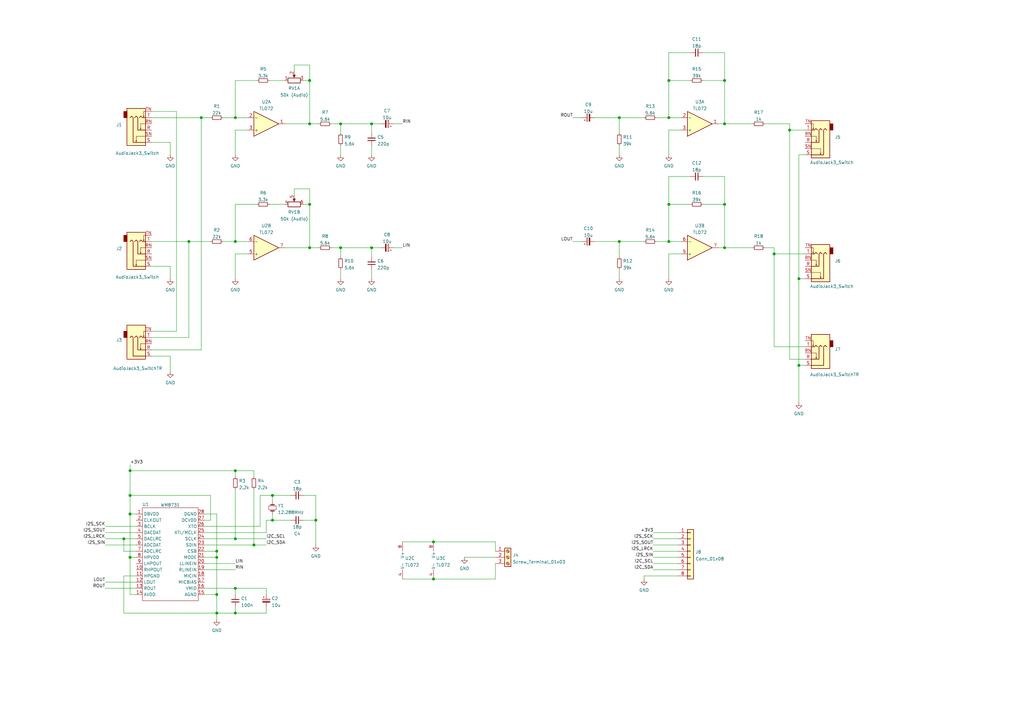
<source format=kicad_sch>
(kicad_sch (version 20210621) (generator eeschema)

  (uuid 1003f72a-c722-45e8-aa5d-fce2b58ee19c)

  (paper "A3")

  (lib_symbols
    (symbol "Amplifier_Operational:TL072" (pin_names (offset 0.127)) (in_bom yes) (on_board yes)
      (property "Reference" "U" (id 0) (at 0 5.08 0)
        (effects (font (size 1.27 1.27)) (justify left))
      )
      (property "Value" "TL072" (id 1) (at 0 -5.08 0)
        (effects (font (size 1.27 1.27)) (justify left))
      )
      (property "Footprint" "" (id 2) (at 0 0 0)
        (effects (font (size 1.27 1.27)) hide)
      )
      (property "Datasheet" "http://www.ti.com/lit/ds/symlink/tl071.pdf" (id 3) (at 0 0 0)
        (effects (font (size 1.27 1.27)) hide)
      )
      (property "ki_locked" "" (id 4) (at 0 0 0)
        (effects (font (size 1.27 1.27)))
      )
      (property "ki_keywords" "dual opamp" (id 5) (at 0 0 0)
        (effects (font (size 1.27 1.27)) hide)
      )
      (property "ki_description" "Dual Low-Noise JFET-Input Operational Amplifiers, DIP-8/SOIC-8" (id 6) (at 0 0 0)
        (effects (font (size 1.27 1.27)) hide)
      )
      (property "ki_fp_filters" "SOIC*3.9x4.9mm*P1.27mm* DIP*W7.62mm* TO*99* OnSemi*Micro8* TSSOP*3x3mm*P0.65mm* TSSOP*4.4x3mm*P0.65mm* MSOP*3x3mm*P0.65mm* SSOP*3.9x4.9mm*P0.635mm* LFCSP*2x2mm*P0.5mm* *SIP* SOIC*5.3x6.2mm*P1.27mm*" (id 7) (at 0 0 0)
        (effects (font (size 1.27 1.27)) hide)
      )
      (symbol "TL072_1_1"
        (polyline
          (pts
            (xy -5.08 5.08)
            (xy 5.08 0)
            (xy -5.08 -5.08)
            (xy -5.08 5.08)
          )
          (stroke (width 0.254)) (fill (type background))
        )
        (pin output line (at 7.62 0 180) (length 2.54)
          (name "~" (effects (font (size 1.27 1.27))))
          (number "1" (effects (font (size 1.27 1.27))))
        )
        (pin input line (at -7.62 -2.54 0) (length 2.54)
          (name "-" (effects (font (size 1.27 1.27))))
          (number "2" (effects (font (size 1.27 1.27))))
        )
        (pin input line (at -7.62 2.54 0) (length 2.54)
          (name "+" (effects (font (size 1.27 1.27))))
          (number "3" (effects (font (size 1.27 1.27))))
        )
      )
      (symbol "TL072_2_1"
        (polyline
          (pts
            (xy -5.08 5.08)
            (xy 5.08 0)
            (xy -5.08 -5.08)
            (xy -5.08 5.08)
          )
          (stroke (width 0.254)) (fill (type background))
        )
        (pin input line (at -7.62 2.54 0) (length 2.54)
          (name "+" (effects (font (size 1.27 1.27))))
          (number "5" (effects (font (size 1.27 1.27))))
        )
        (pin input line (at -7.62 -2.54 0) (length 2.54)
          (name "-" (effects (font (size 1.27 1.27))))
          (number "6" (effects (font (size 1.27 1.27))))
        )
        (pin output line (at 7.62 0 180) (length 2.54)
          (name "~" (effects (font (size 1.27 1.27))))
          (number "7" (effects (font (size 1.27 1.27))))
        )
      )
      (symbol "TL072_3_1"
        (pin power_in line (at -2.54 -7.62 90) (length 3.81)
          (name "V-" (effects (font (size 1.27 1.27))))
          (number "4" (effects (font (size 1.27 1.27))))
        )
        (pin power_in line (at -2.54 7.62 270) (length 3.81)
          (name "V+" (effects (font (size 1.27 1.27))))
          (number "8" (effects (font (size 1.27 1.27))))
        )
      )
    )
    (symbol "Connector:AudioJack3_Switch" (in_bom yes) (on_board yes)
      (property "Reference" "J" (id 0) (at 0 11.43 0)
        (effects (font (size 1.27 1.27)))
      )
      (property "Value" "AudioJack3_Switch" (id 1) (at 0 8.89 0)
        (effects (font (size 1.27 1.27)))
      )
      (property "Footprint" "" (id 2) (at 0 0 0)
        (effects (font (size 1.27 1.27)) hide)
      )
      (property "Datasheet" "~" (id 3) (at 0 0 0)
        (effects (font (size 1.27 1.27)) hide)
      )
      (property "ki_keywords" "audio jack receptacle stereo headphones connector" (id 4) (at 0 0 0)
        (effects (font (size 1.27 1.27)) hide)
      )
      (property "ki_description" "Audio Jack, 3 Poles (Stereo / TRS), Switched Poles (Normalling)" (id 5) (at 0 0 0)
        (effects (font (size 1.27 1.27)) hide)
      )
      (property "ki_fp_filters" "Jack*" (id 6) (at 0 0 0)
        (effects (font (size 1.27 1.27)) hide)
      )
      (symbol "AudioJack3_Switch_0_1"
        (rectangle (start -5.08 -5.08) (end -6.35 -7.62)
          (stroke (width 0.254)) (fill (type outline))
        )
        (rectangle (start 2.54 6.35) (end -5.08 -8.89)
          (stroke (width 0.254)) (fill (type background))
        )
        (polyline
          (pts
            (xy -1.27 4.826)
            (xy -1.016 4.318)
          )
          (stroke (width 0)) (fill (type none))
        )
        (polyline
          (pts
            (xy 0.508 -0.254)
            (xy 0.762 -0.762)
          )
          (stroke (width 0)) (fill (type none))
        )
        (polyline
          (pts
            (xy 1.778 -5.334)
            (xy 2.032 -5.842)
          )
          (stroke (width 0)) (fill (type none))
        )
        (polyline
          (pts
            (xy 0 -5.08)
            (xy 0.635 -5.715)
            (xy 1.27 -5.08)
            (xy 2.54 -5.08)
          )
          (stroke (width 0.254)) (fill (type none))
        )
        (polyline
          (pts
            (xy 2.54 -7.62)
            (xy 1.778 -7.62)
            (xy 1.778 -5.334)
            (xy 1.524 -5.842)
          )
          (stroke (width 0)) (fill (type none))
        )
        (polyline
          (pts
            (xy 2.54 -2.54)
            (xy 0.508 -2.54)
            (xy 0.508 -0.254)
            (xy 0.254 -0.762)
          )
          (stroke (width 0)) (fill (type none))
        )
        (polyline
          (pts
            (xy 2.54 2.54)
            (xy -1.27 2.54)
            (xy -1.27 4.826)
            (xy -1.524 4.318)
          )
          (stroke (width 0)) (fill (type none))
        )
        (polyline
          (pts
            (xy -1.905 -5.08)
            (xy -1.27 -5.715)
            (xy -0.635 -5.08)
            (xy -0.635 0)
            (xy 2.54 0)
          )
          (stroke (width 0.254)) (fill (type none))
        )
        (polyline
          (pts
            (xy 2.54 5.08)
            (xy -2.54 5.08)
            (xy -2.54 -5.08)
            (xy -3.175 -5.715)
            (xy -3.81 -5.08)
          )
          (stroke (width 0.254)) (fill (type none))
        )
      )
      (symbol "AudioJack3_Switch_1_1"
        (pin passive line (at 5.08 0 180) (length 2.54)
          (name "~" (effects (font (size 1.27 1.27))))
          (number "R" (effects (font (size 1.27 1.27))))
        )
        (pin passive line (at 5.08 -2.54 180) (length 2.54)
          (name "~" (effects (font (size 1.27 1.27))))
          (number "RN" (effects (font (size 1.27 1.27))))
        )
        (pin passive line (at 5.08 5.08 180) (length 2.54)
          (name "~" (effects (font (size 1.27 1.27))))
          (number "S" (effects (font (size 1.27 1.27))))
        )
        (pin passive line (at 5.08 2.54 180) (length 2.54)
          (name "~" (effects (font (size 1.27 1.27))))
          (number "SN" (effects (font (size 1.27 1.27))))
        )
        (pin passive line (at 5.08 -5.08 180) (length 2.54)
          (name "~" (effects (font (size 1.27 1.27))))
          (number "T" (effects (font (size 1.27 1.27))))
        )
        (pin passive line (at 5.08 -7.62 180) (length 2.54)
          (name "~" (effects (font (size 1.27 1.27))))
          (number "TN" (effects (font (size 1.27 1.27))))
        )
      )
    )
    (symbol "Connector:AudioJack3_SwitchTR" (in_bom yes) (on_board yes)
      (property "Reference" "J" (id 0) (at 0 8.89 0)
        (effects (font (size 1.27 1.27)))
      )
      (property "Value" "AudioJack3_SwitchTR" (id 1) (at 0 6.35 0)
        (effects (font (size 1.27 1.27)))
      )
      (property "Footprint" "" (id 2) (at 0 0 0)
        (effects (font (size 1.27 1.27)) hide)
      )
      (property "Datasheet" "~" (id 3) (at 0 0 0)
        (effects (font (size 1.27 1.27)) hide)
      )
      (property "ki_keywords" "audio jack receptacle stereo headphones phones TRS connector" (id 4) (at 0 0 0)
        (effects (font (size 1.27 1.27)) hide)
      )
      (property "ki_description" "Audio Jack, 3 Poles (Stereo / TRS), Switched TR Poles (Normalling)" (id 5) (at 0 0 0)
        (effects (font (size 1.27 1.27)) hide)
      )
      (property "ki_fp_filters" "Jack*" (id 6) (at 0 0 0)
        (effects (font (size 1.27 1.27)) hide)
      )
      (symbol "AudioJack3_SwitchTR_0_1"
        (rectangle (start -5.08 -5.08) (end -6.35 -7.62)
          (stroke (width 0.254)) (fill (type outline))
        )
        (rectangle (start 2.54 3.81) (end -5.08 -10.16)
          (stroke (width 0.254)) (fill (type background))
        )
        (polyline
          (pts
            (xy 0.508 -0.254)
            (xy 0.762 -0.762)
          )
          (stroke (width 0)) (fill (type none))
        )
        (polyline
          (pts
            (xy 1.778 -5.334)
            (xy 2.032 -5.842)
          )
          (stroke (width 0)) (fill (type none))
        )
        (polyline
          (pts
            (xy 0 -5.08)
            (xy 0.635 -5.715)
            (xy 1.27 -5.08)
            (xy 2.54 -5.08)
          )
          (stroke (width 0.254)) (fill (type none))
        )
        (polyline
          (pts
            (xy 2.54 -7.62)
            (xy 1.778 -7.62)
            (xy 1.778 -5.334)
            (xy 1.524 -5.842)
          )
          (stroke (width 0)) (fill (type none))
        )
        (polyline
          (pts
            (xy 2.54 -2.54)
            (xy 0.508 -2.54)
            (xy 0.508 -0.254)
            (xy 0.254 -0.762)
          )
          (stroke (width 0)) (fill (type none))
        )
        (polyline
          (pts
            (xy -1.905 -5.08)
            (xy -1.27 -5.715)
            (xy -0.635 -5.08)
            (xy -0.635 0)
            (xy 2.54 0)
          )
          (stroke (width 0.254)) (fill (type none))
        )
        (polyline
          (pts
            (xy 2.54 2.54)
            (xy -2.54 2.54)
            (xy -2.54 -5.08)
            (xy -3.175 -5.715)
            (xy -3.81 -5.08)
          )
          (stroke (width 0.254)) (fill (type none))
        )
      )
      (symbol "AudioJack3_SwitchTR_1_1"
        (pin passive line (at 5.08 0 180) (length 2.54)
          (name "~" (effects (font (size 1.27 1.27))))
          (number "R" (effects (font (size 1.27 1.27))))
        )
        (pin passive line (at 5.08 -2.54 180) (length 2.54)
          (name "~" (effects (font (size 1.27 1.27))))
          (number "RN" (effects (font (size 1.27 1.27))))
        )
        (pin passive line (at 5.08 2.54 180) (length 2.54)
          (name "~" (effects (font (size 1.27 1.27))))
          (number "S" (effects (font (size 1.27 1.27))))
        )
        (pin passive line (at 5.08 -5.08 180) (length 2.54)
          (name "~" (effects (font (size 1.27 1.27))))
          (number "T" (effects (font (size 1.27 1.27))))
        )
        (pin passive line (at 5.08 -7.62 180) (length 2.54)
          (name "~" (effects (font (size 1.27 1.27))))
          (number "TN" (effects (font (size 1.27 1.27))))
        )
      )
    )
    (symbol "Connector:Screw_Terminal_01x03" (pin_names (offset 1.016) hide) (in_bom yes) (on_board yes)
      (property "Reference" "J" (id 0) (at 0 5.08 0)
        (effects (font (size 1.27 1.27)))
      )
      (property "Value" "Screw_Terminal_01x03" (id 1) (at 0 -5.08 0)
        (effects (font (size 1.27 1.27)))
      )
      (property "Footprint" "" (id 2) (at 0 0 0)
        (effects (font (size 1.27 1.27)) hide)
      )
      (property "Datasheet" "~" (id 3) (at 0 0 0)
        (effects (font (size 1.27 1.27)) hide)
      )
      (property "ki_keywords" "screw terminal" (id 4) (at 0 0 0)
        (effects (font (size 1.27 1.27)) hide)
      )
      (property "ki_description" "Generic screw terminal, single row, 01x03, script generated (kicad-library-utils/schlib/autogen/connector/)" (id 5) (at 0 0 0)
        (effects (font (size 1.27 1.27)) hide)
      )
      (property "ki_fp_filters" "TerminalBlock*:*" (id 6) (at 0 0 0)
        (effects (font (size 1.27 1.27)) hide)
      )
      (symbol "Screw_Terminal_01x03_1_1"
        (circle (center 0 -2.54) (radius 0.635) (stroke (width 0.1524)) (fill (type none)))
        (circle (center 0 0) (radius 0.635) (stroke (width 0.1524)) (fill (type none)))
        (circle (center 0 2.54) (radius 0.635) (stroke (width 0.1524)) (fill (type none)))
        (rectangle (start -1.27 3.81) (end 1.27 -3.81)
          (stroke (width 0.254)) (fill (type background))
        )
        (polyline
          (pts
            (xy -0.5334 -2.2098)
            (xy 0.3302 -3.048)
          )
          (stroke (width 0.1524)) (fill (type none))
        )
        (polyline
          (pts
            (xy -0.5334 0.3302)
            (xy 0.3302 -0.508)
          )
          (stroke (width 0.1524)) (fill (type none))
        )
        (polyline
          (pts
            (xy -0.5334 2.8702)
            (xy 0.3302 2.032)
          )
          (stroke (width 0.1524)) (fill (type none))
        )
        (polyline
          (pts
            (xy -0.3556 -2.032)
            (xy 0.508 -2.8702)
          )
          (stroke (width 0.1524)) (fill (type none))
        )
        (polyline
          (pts
            (xy -0.3556 0.508)
            (xy 0.508 -0.3302)
          )
          (stroke (width 0.1524)) (fill (type none))
        )
        (polyline
          (pts
            (xy -0.3556 3.048)
            (xy 0.508 2.2098)
          )
          (stroke (width 0.1524)) (fill (type none))
        )
        (pin passive line (at -5.08 2.54 0) (length 3.81)
          (name "Pin_1" (effects (font (size 1.27 1.27))))
          (number "1" (effects (font (size 1.27 1.27))))
        )
        (pin passive line (at -5.08 0 0) (length 3.81)
          (name "Pin_2" (effects (font (size 1.27 1.27))))
          (number "2" (effects (font (size 1.27 1.27))))
        )
        (pin passive line (at -5.08 -2.54 0) (length 3.81)
          (name "Pin_3" (effects (font (size 1.27 1.27))))
          (number "3" (effects (font (size 1.27 1.27))))
        )
      )
    )
    (symbol "Connector_Generic:Conn_01x08" (pin_names (offset 1.016) hide) (in_bom yes) (on_board yes)
      (property "Reference" "J" (id 0) (at 0 10.16 0)
        (effects (font (size 1.27 1.27)))
      )
      (property "Value" "Conn_01x08" (id 1) (at 0 -12.7 0)
        (effects (font (size 1.27 1.27)))
      )
      (property "Footprint" "" (id 2) (at 0 0 0)
        (effects (font (size 1.27 1.27)) hide)
      )
      (property "Datasheet" "~" (id 3) (at 0 0 0)
        (effects (font (size 1.27 1.27)) hide)
      )
      (property "ki_keywords" "connector" (id 4) (at 0 0 0)
        (effects (font (size 1.27 1.27)) hide)
      )
      (property "ki_description" "Generic connector, single row, 01x08, script generated (kicad-library-utils/schlib/autogen/connector/)" (id 5) (at 0 0 0)
        (effects (font (size 1.27 1.27)) hide)
      )
      (property "ki_fp_filters" "Connector*:*_1x??_*" (id 6) (at 0 0 0)
        (effects (font (size 1.27 1.27)) hide)
      )
      (symbol "Conn_01x08_1_1"
        (rectangle (start -1.27 -10.033) (end 0 -10.287)
          (stroke (width 0.1524)) (fill (type none))
        )
        (rectangle (start -1.27 -7.493) (end 0 -7.747)
          (stroke (width 0.1524)) (fill (type none))
        )
        (rectangle (start -1.27 -4.953) (end 0 -5.207)
          (stroke (width 0.1524)) (fill (type none))
        )
        (rectangle (start -1.27 -2.413) (end 0 -2.667)
          (stroke (width 0.1524)) (fill (type none))
        )
        (rectangle (start -1.27 0.127) (end 0 -0.127)
          (stroke (width 0.1524)) (fill (type none))
        )
        (rectangle (start -1.27 2.667) (end 0 2.413)
          (stroke (width 0.1524)) (fill (type none))
        )
        (rectangle (start -1.27 5.207) (end 0 4.953)
          (stroke (width 0.1524)) (fill (type none))
        )
        (rectangle (start -1.27 7.747) (end 0 7.493)
          (stroke (width 0.1524)) (fill (type none))
        )
        (rectangle (start -1.27 8.89) (end 1.27 -11.43)
          (stroke (width 0.254)) (fill (type background))
        )
        (pin passive line (at -5.08 7.62 0) (length 3.81)
          (name "Pin_1" (effects (font (size 1.27 1.27))))
          (number "1" (effects (font (size 1.27 1.27))))
        )
        (pin passive line (at -5.08 5.08 0) (length 3.81)
          (name "Pin_2" (effects (font (size 1.27 1.27))))
          (number "2" (effects (font (size 1.27 1.27))))
        )
        (pin passive line (at -5.08 2.54 0) (length 3.81)
          (name "Pin_3" (effects (font (size 1.27 1.27))))
          (number "3" (effects (font (size 1.27 1.27))))
        )
        (pin passive line (at -5.08 0 0) (length 3.81)
          (name "Pin_4" (effects (font (size 1.27 1.27))))
          (number "4" (effects (font (size 1.27 1.27))))
        )
        (pin passive line (at -5.08 -2.54 0) (length 3.81)
          (name "Pin_5" (effects (font (size 1.27 1.27))))
          (number "5" (effects (font (size 1.27 1.27))))
        )
        (pin passive line (at -5.08 -5.08 0) (length 3.81)
          (name "Pin_6" (effects (font (size 1.27 1.27))))
          (number "6" (effects (font (size 1.27 1.27))))
        )
        (pin passive line (at -5.08 -7.62 0) (length 3.81)
          (name "Pin_7" (effects (font (size 1.27 1.27))))
          (number "7" (effects (font (size 1.27 1.27))))
        )
        (pin passive line (at -5.08 -10.16 0) (length 3.81)
          (name "Pin_8" (effects (font (size 1.27 1.27))))
          (number "8" (effects (font (size 1.27 1.27))))
        )
      )
    )
    (symbol "Device:CP_Small" (pin_numbers hide) (pin_names (offset 0.254) hide) (in_bom yes) (on_board yes)
      (property "Reference" "C" (id 0) (at 0.254 1.778 0)
        (effects (font (size 1.27 1.27)) (justify left))
      )
      (property "Value" "CP_Small" (id 1) (at 0.254 -2.032 0)
        (effects (font (size 1.27 1.27)) (justify left))
      )
      (property "Footprint" "" (id 2) (at 0 0 0)
        (effects (font (size 1.27 1.27)) hide)
      )
      (property "Datasheet" "~" (id 3) (at 0 0 0)
        (effects (font (size 1.27 1.27)) hide)
      )
      (property "ki_keywords" "cap capacitor" (id 4) (at 0 0 0)
        (effects (font (size 1.27 1.27)) hide)
      )
      (property "ki_description" "Polarized capacitor, small symbol" (id 5) (at 0 0 0)
        (effects (font (size 1.27 1.27)) hide)
      )
      (property "ki_fp_filters" "CP_*" (id 6) (at 0 0 0)
        (effects (font (size 1.27 1.27)) hide)
      )
      (symbol "CP_Small_0_1"
        (rectangle (start -1.524 0.6858) (end 1.524 0.3048)
          (stroke (width 0)) (fill (type none))
        )
        (rectangle (start -1.524 -0.3048) (end 1.524 -0.6858)
          (stroke (width 0)) (fill (type outline))
        )
        (polyline
          (pts
            (xy -1.27 1.524)
            (xy -0.762 1.524)
          )
          (stroke (width 0)) (fill (type none))
        )
        (polyline
          (pts
            (xy -1.016 1.27)
            (xy -1.016 1.778)
          )
          (stroke (width 0)) (fill (type none))
        )
      )
      (symbol "CP_Small_1_1"
        (pin passive line (at 0 2.54 270) (length 1.8542)
          (name "~" (effects (font (size 1.27 1.27))))
          (number "1" (effects (font (size 1.27 1.27))))
        )
        (pin passive line (at 0 -2.54 90) (length 1.8542)
          (name "~" (effects (font (size 1.27 1.27))))
          (number "2" (effects (font (size 1.27 1.27))))
        )
      )
    )
    (symbol "Device:C_Small" (pin_numbers hide) (pin_names (offset 0.254) hide) (in_bom yes) (on_board yes)
      (property "Reference" "C" (id 0) (at 0.254 1.778 0)
        (effects (font (size 1.27 1.27)) (justify left))
      )
      (property "Value" "C_Small" (id 1) (at 0.254 -2.032 0)
        (effects (font (size 1.27 1.27)) (justify left))
      )
      (property "Footprint" "" (id 2) (at 0 0 0)
        (effects (font (size 1.27 1.27)) hide)
      )
      (property "Datasheet" "~" (id 3) (at 0 0 0)
        (effects (font (size 1.27 1.27)) hide)
      )
      (property "ki_keywords" "capacitor cap" (id 4) (at 0 0 0)
        (effects (font (size 1.27 1.27)) hide)
      )
      (property "ki_description" "Unpolarized capacitor, small symbol" (id 5) (at 0 0 0)
        (effects (font (size 1.27 1.27)) hide)
      )
      (property "ki_fp_filters" "C_*" (id 6) (at 0 0 0)
        (effects (font (size 1.27 1.27)) hide)
      )
      (symbol "C_Small_0_1"
        (polyline
          (pts
            (xy -1.524 -0.508)
            (xy 1.524 -0.508)
          )
          (stroke (width 0.3302)) (fill (type none))
        )
        (polyline
          (pts
            (xy -1.524 0.508)
            (xy 1.524 0.508)
          )
          (stroke (width 0.3048)) (fill (type none))
        )
      )
      (symbol "C_Small_1_1"
        (pin passive line (at 0 2.54 270) (length 2.032)
          (name "~" (effects (font (size 1.27 1.27))))
          (number "1" (effects (font (size 1.27 1.27))))
        )
        (pin passive line (at 0 -2.54 90) (length 2.032)
          (name "~" (effects (font (size 1.27 1.27))))
          (number "2" (effects (font (size 1.27 1.27))))
        )
      )
    )
    (symbol "Device:Crystal_Small" (pin_numbers hide) (pin_names (offset 1.016) hide) (in_bom yes) (on_board yes)
      (property "Reference" "Y" (id 0) (at 0 2.54 0)
        (effects (font (size 1.27 1.27)))
      )
      (property "Value" "Crystal_Small" (id 1) (at 0 -2.54 0)
        (effects (font (size 1.27 1.27)))
      )
      (property "Footprint" "" (id 2) (at 0 0 0)
        (effects (font (size 1.27 1.27)) hide)
      )
      (property "Datasheet" "~" (id 3) (at 0 0 0)
        (effects (font (size 1.27 1.27)) hide)
      )
      (property "ki_keywords" "quartz ceramic resonator oscillator" (id 4) (at 0 0 0)
        (effects (font (size 1.27 1.27)) hide)
      )
      (property "ki_description" "Two pin crystal, small symbol" (id 5) (at 0 0 0)
        (effects (font (size 1.27 1.27)) hide)
      )
      (property "ki_fp_filters" "Crystal*" (id 6) (at 0 0 0)
        (effects (font (size 1.27 1.27)) hide)
      )
      (symbol "Crystal_Small_0_1"
        (rectangle (start -0.762 -1.524) (end 0.762 1.524)
          (stroke (width 0)) (fill (type none))
        )
        (polyline
          (pts
            (xy -1.27 -0.762)
            (xy -1.27 0.762)
          )
          (stroke (width 0.381)) (fill (type none))
        )
        (polyline
          (pts
            (xy 1.27 -0.762)
            (xy 1.27 0.762)
          )
          (stroke (width 0.381)) (fill (type none))
        )
      )
      (symbol "Crystal_Small_1_1"
        (pin passive line (at -2.54 0 0) (length 1.27)
          (name "1" (effects (font (size 1.27 1.27))))
          (number "1" (effects (font (size 1.27 1.27))))
        )
        (pin passive line (at 2.54 0 180) (length 1.27)
          (name "2" (effects (font (size 1.27 1.27))))
          (number "2" (effects (font (size 1.27 1.27))))
        )
      )
    )
    (symbol "Device:R_POT_Dual_Separate" (pin_names (offset 1.016) hide) (in_bom yes) (on_board yes)
      (property "Reference" "RV" (id 0) (at -4.445 0 90)
        (effects (font (size 1.27 1.27)))
      )
      (property "Value" "R_POT_Dual_Separate" (id 1) (at -2.54 0 90)
        (effects (font (size 1.27 1.27)))
      )
      (property "Footprint" "" (id 2) (at 0 0 0)
        (effects (font (size 1.27 1.27)) hide)
      )
      (property "Datasheet" "~" (id 3) (at 0 0 0)
        (effects (font (size 1.27 1.27)) hide)
      )
      (property "ki_keywords" "resistor variable" (id 4) (at 0 0 0)
        (effects (font (size 1.27 1.27)) hide)
      )
      (property "ki_description" "Dual potentiometer, separate units" (id 5) (at 0 0 0)
        (effects (font (size 1.27 1.27)) hide)
      )
      (property "ki_fp_filters" "Potentiometer*" (id 6) (at 0 0 0)
        (effects (font (size 1.27 1.27)) hide)
      )
      (symbol "R_POT_Dual_Separate_0_1"
        (rectangle (start 1.016 2.54) (end -1.016 -2.54)
          (stroke (width 0.254)) (fill (type none))
        )
        (polyline
          (pts
            (xy 2.54 0)
            (xy 1.524 0)
          )
          (stroke (width 0)) (fill (type none))
        )
        (polyline
          (pts
            (xy 1.143 0)
            (xy 2.286 0.508)
            (xy 2.286 -0.508)
            (xy 1.143 0)
          )
          (stroke (width 0)) (fill (type outline))
        )
      )
      (symbol "R_POT_Dual_Separate_1_1"
        (pin passive line (at 0 3.81 270) (length 1.27)
          (name "1" (effects (font (size 1.27 1.27))))
          (number "1" (effects (font (size 1.27 1.27))))
        )
        (pin passive line (at 3.81 0 180) (length 1.27)
          (name "2" (effects (font (size 1.27 1.27))))
          (number "2" (effects (font (size 1.27 1.27))))
        )
        (pin passive line (at 0 -3.81 90) (length 1.27)
          (name "3" (effects (font (size 1.27 1.27))))
          (number "3" (effects (font (size 1.27 1.27))))
        )
      )
      (symbol "R_POT_Dual_Separate_2_1"
        (pin passive line (at 0 3.81 270) (length 1.27)
          (name "4" (effects (font (size 1.27 1.27))))
          (number "4" (effects (font (size 1.27 1.27))))
        )
        (pin passive line (at 3.81 0 180) (length 1.27)
          (name "5" (effects (font (size 1.27 1.27))))
          (number "5" (effects (font (size 1.27 1.27))))
        )
        (pin passive line (at 0 -3.81 90) (length 1.27)
          (name "6" (effects (font (size 1.27 1.27))))
          (number "6" (effects (font (size 1.27 1.27))))
        )
      )
    )
    (symbol "Device:R_Small" (pin_numbers hide) (pin_names (offset 0.254) hide) (in_bom yes) (on_board yes)
      (property "Reference" "R" (id 0) (at 0.762 0.508 0)
        (effects (font (size 1.27 1.27)) (justify left))
      )
      (property "Value" "R_Small" (id 1) (at 0.762 -1.016 0)
        (effects (font (size 1.27 1.27)) (justify left))
      )
      (property "Footprint" "" (id 2) (at 0 0 0)
        (effects (font (size 1.27 1.27)) hide)
      )
      (property "Datasheet" "~" (id 3) (at 0 0 0)
        (effects (font (size 1.27 1.27)) hide)
      )
      (property "ki_keywords" "R resistor" (id 4) (at 0 0 0)
        (effects (font (size 1.27 1.27)) hide)
      )
      (property "ki_description" "Resistor, small symbol" (id 5) (at 0 0 0)
        (effects (font (size 1.27 1.27)) hide)
      )
      (property "ki_fp_filters" "R_*" (id 6) (at 0 0 0)
        (effects (font (size 1.27 1.27)) hide)
      )
      (symbol "R_Small_0_1"
        (rectangle (start -0.762 1.778) (end 0.762 -1.778)
          (stroke (width 0.2032)) (fill (type none))
        )
      )
      (symbol "R_Small_1_1"
        (pin passive line (at 0 2.54 270) (length 0.762)
          (name "~" (effects (font (size 1.27 1.27))))
          (number "1" (effects (font (size 1.27 1.27))))
        )
        (pin passive line (at 0 -2.54 90) (length 0.762)
          (name "~" (effects (font (size 1.27 1.27))))
          (number "2" (effects (font (size 1.27 1.27))))
        )
      )
    )
    (symbol "codec:WM8731" (in_bom yes) (on_board yes)
      (property "Reference" "U" (id 0) (at 0 11.43 0)
        (effects (font (size 1.27 1.27)))
      )
      (property "Value" "WM8731" (id 1) (at 0 -31.75 0)
        (effects (font (size 1.27 1.27)))
      )
      (property "Footprint" "" (id 2) (at 0 0 0)
        (effects (font (size 1.27 1.27)) hide)
      )
      (property "Datasheet" "" (id 3) (at 0 0 0)
        (effects (font (size 1.27 1.27)) hide)
      )
      (symbol "WM8731_0_0"
        (pin input line (at -13.97 -16.51 0) (length 2.54)
          (name "RHPOUT" (effects (font (size 1.27 1.27))))
          (number "10" (effects (font (size 1.27 1.27))))
        )
        (pin input line (at -13.97 -19.05 0) (length 2.54)
          (name "HPGND" (effects (font (size 1.27 1.27))))
          (number "11" (effects (font (size 1.27 1.27))))
        )
        (pin input line (at -13.97 -21.59 0) (length 2.54)
          (name "LOUT" (effects (font (size 1.27 1.27))))
          (number "12" (effects (font (size 1.27 1.27))))
        )
        (pin input line (at -13.97 -24.13 0) (length 2.54)
          (name "ROUT" (effects (font (size 1.27 1.27))))
          (number "13" (effects (font (size 1.27 1.27))))
        )
        (pin input line (at -13.97 -26.67 0) (length 2.54)
          (name "AVDD" (effects (font (size 1.27 1.27))))
          (number "14" (effects (font (size 1.27 1.27))))
        )
        (pin input line (at 13.97 -26.67 180) (length 2.54)
          (name "AGND" (effects (font (size 1.27 1.27))))
          (number "15" (effects (font (size 1.27 1.27))))
        )
        (pin input line (at 13.97 -24.13 180) (length 2.54)
          (name "VMID" (effects (font (size 1.27 1.27))))
          (number "16" (effects (font (size 1.27 1.27))))
        )
        (pin input line (at 13.97 -21.59 180) (length 2.54)
          (name "MICBIAS" (effects (font (size 1.27 1.27))))
          (number "17" (effects (font (size 1.27 1.27))))
        )
        (pin input line (at 13.97 -19.05 180) (length 2.54)
          (name "MICIN" (effects (font (size 1.27 1.27))))
          (number "18" (effects (font (size 1.27 1.27))))
        )
        (pin input line (at 13.97 -16.51 180) (length 2.54)
          (name "RLINEIN" (effects (font (size 1.27 1.27))))
          (number "19" (effects (font (size 1.27 1.27))))
        )
        (pin input line (at -13.97 3.81 0) (length 2.54)
          (name "CLKOUT" (effects (font (size 1.27 1.27))))
          (number "2" (effects (font (size 1.27 1.27))))
        )
        (pin input line (at 13.97 -13.97 180) (length 2.54)
          (name "LLINEIN" (effects (font (size 1.27 1.27))))
          (number "20" (effects (font (size 1.27 1.27))))
        )
        (pin input line (at 13.97 -11.43 180) (length 2.54)
          (name "MODE" (effects (font (size 1.27 1.27))))
          (number "21" (effects (font (size 1.27 1.27))))
        )
        (pin input line (at 13.97 -8.89 180) (length 2.54)
          (name "CSB" (effects (font (size 1.27 1.27))))
          (number "22" (effects (font (size 1.27 1.27))))
        )
        (pin input line (at 13.97 -6.35 180) (length 2.54)
          (name "SDIN" (effects (font (size 1.27 1.27))))
          (number "23" (effects (font (size 1.27 1.27))))
        )
        (pin input line (at 13.97 -3.81 180) (length 2.54)
          (name "SCLK" (effects (font (size 1.27 1.27))))
          (number "24" (effects (font (size 1.27 1.27))))
        )
        (pin input line (at 13.97 -1.27 180) (length 2.54)
          (name "XTI/MCLK" (effects (font (size 1.27 1.27))))
          (number "25" (effects (font (size 1.27 1.27))))
        )
        (pin input line (at 13.97 1.27 180) (length 2.54)
          (name "XTO" (effects (font (size 1.27 1.27))))
          (number "26" (effects (font (size 1.27 1.27))))
        )
        (pin input line (at 13.97 3.81 180) (length 2.54)
          (name "DCVDD" (effects (font (size 1.27 1.27))))
          (number "27" (effects (font (size 1.27 1.27))))
        )
        (pin input line (at 13.97 6.35 180) (length 2.54)
          (name "DGND" (effects (font (size 1.27 1.27))))
          (number "28" (effects (font (size 1.27 1.27))))
        )
        (pin input line (at -13.97 1.27 0) (length 2.54)
          (name "BCLK" (effects (font (size 1.27 1.27))))
          (number "3" (effects (font (size 1.27 1.27))))
        )
        (pin input line (at -13.97 -1.27 0) (length 2.54)
          (name "DACDAT" (effects (font (size 1.27 1.27))))
          (number "4" (effects (font (size 1.27 1.27))))
        )
        (pin input line (at -13.97 -3.81 0) (length 2.54)
          (name "DACLRC" (effects (font (size 1.27 1.27))))
          (number "5" (effects (font (size 1.27 1.27))))
        )
        (pin input line (at -13.97 -6.35 0) (length 2.54)
          (name "ADCDAT" (effects (font (size 1.27 1.27))))
          (number "6" (effects (font (size 1.27 1.27))))
        )
        (pin input line (at -13.97 -8.89 0) (length 2.54)
          (name "ADCLRC" (effects (font (size 1.27 1.27))))
          (number "7" (effects (font (size 1.27 1.27))))
        )
        (pin input line (at -13.97 -11.43 0) (length 2.54)
          (name "HPVDD" (effects (font (size 1.27 1.27))))
          (number "8" (effects (font (size 1.27 1.27))))
        )
        (pin input line (at -13.97 -13.97 0) (length 2.54)
          (name "LHPOUT" (effects (font (size 1.27 1.27))))
          (number "9" (effects (font (size 1.27 1.27))))
        )
      )
      (symbol "WM8731_0_1"
        (rectangle (start -11.43 8.89) (end 11.43 -29.21)
          (stroke (width 0.1524)) (fill (type none))
        )
      )
      (symbol "WM8731_1_1"
        (pin input line (at -13.97 6.35 0) (length 2.54)
          (name "DBVDD" (effects (font (size 1.27 1.27))))
          (number "1" (effects (font (size 1.27 1.27))))
        )
      )
    )
    (symbol "power:GND" (power) (pin_names (offset 0)) (in_bom yes) (on_board yes)
      (property "Reference" "#PWR" (id 0) (at 0 -6.35 0)
        (effects (font (size 1.27 1.27)) hide)
      )
      (property "Value" "GND" (id 1) (at 0 -3.81 0)
        (effects (font (size 1.27 1.27)))
      )
      (property "Footprint" "" (id 2) (at 0 0 0)
        (effects (font (size 1.27 1.27)) hide)
      )
      (property "Datasheet" "" (id 3) (at 0 0 0)
        (effects (font (size 1.27 1.27)) hide)
      )
      (property "ki_keywords" "power-flag" (id 4) (at 0 0 0)
        (effects (font (size 1.27 1.27)) hide)
      )
      (property "ki_description" "Power symbol creates a global label with name \"GND\" , ground" (id 5) (at 0 0 0)
        (effects (font (size 1.27 1.27)) hide)
      )
      (symbol "GND_0_1"
        (polyline
          (pts
            (xy 0 0)
            (xy 0 -1.27)
            (xy 1.27 -1.27)
            (xy 0 -2.54)
            (xy -1.27 -1.27)
            (xy 0 -1.27)
          )
          (stroke (width 0)) (fill (type none))
        )
      )
      (symbol "GND_1_1"
        (pin power_in line (at 0 0 270) (length 0) hide
          (name "GND" (effects (font (size 1.27 1.27))))
          (number "1" (effects (font (size 1.27 1.27))))
        )
      )
    )
  )

  (junction (at 50.8 220.98) (diameter 1.016) (color 0 0 0 0))
  (junction (at 53.34 193.04) (diameter 1.016) (color 0 0 0 0))
  (junction (at 53.34 203.2) (diameter 1.016) (color 0 0 0 0))
  (junction (at 53.34 210.82) (diameter 1.016) (color 0 0 0 0))
  (junction (at 53.34 228.6) (diameter 1.016) (color 0 0 0 0))
  (junction (at 77.47 99.06) (diameter 1.016) (color 0 0 0 0))
  (junction (at 82.55 48.26) (diameter 1.016) (color 0 0 0 0))
  (junction (at 88.9 226.06) (diameter 1.016) (color 0 0 0 0))
  (junction (at 88.9 228.6) (diameter 1.016) (color 0 0 0 0))
  (junction (at 88.9 243.84) (diameter 1.016) (color 0 0 0 0))
  (junction (at 88.9 251.46) (diameter 1.016) (color 0 0 0 0))
  (junction (at 96.52 48.26) (diameter 1.016) (color 0 0 0 0))
  (junction (at 96.52 99.06) (diameter 1.016) (color 0 0 0 0))
  (junction (at 96.52 193.04) (diameter 1.016) (color 0 0 0 0))
  (junction (at 96.52 220.98) (diameter 1.016) (color 0 0 0 0))
  (junction (at 96.52 241.3) (diameter 1.016) (color 0 0 0 0))
  (junction (at 96.52 251.46) (diameter 1.016) (color 0 0 0 0))
  (junction (at 104.14 223.52) (diameter 1.016) (color 0 0 0 0))
  (junction (at 111.76 203.2) (diameter 1.016) (color 0 0 0 0))
  (junction (at 111.76 213.36) (diameter 1.016) (color 0 0 0 0))
  (junction (at 127 33.02) (diameter 1.016) (color 0 0 0 0))
  (junction (at 127 50.8) (diameter 1.016) (color 0 0 0 0))
  (junction (at 127 83.82) (diameter 1.016) (color 0 0 0 0))
  (junction (at 127 101.6) (diameter 1.016) (color 0 0 0 0))
  (junction (at 129.54 213.36) (diameter 1.016) (color 0 0 0 0))
  (junction (at 139.7 50.8) (diameter 1.016) (color 0 0 0 0))
  (junction (at 139.7 101.6) (diameter 1.016) (color 0 0 0 0))
  (junction (at 152.4 50.8) (diameter 1.016) (color 0 0 0 0))
  (junction (at 152.4 101.6) (diameter 1.016) (color 0 0 0 0))
  (junction (at 177.8 222.25) (diameter 1.016) (color 0 0 0 0))
  (junction (at 177.8 237.49) (diameter 1.016) (color 0 0 0 0))
  (junction (at 254 48.26) (diameter 1.016) (color 0 0 0 0))
  (junction (at 254 99.06) (diameter 1.016) (color 0 0 0 0))
  (junction (at 274.32 33.02) (diameter 1.016) (color 0 0 0 0))
  (junction (at 274.32 48.26) (diameter 1.016) (color 0 0 0 0))
  (junction (at 274.32 83.82) (diameter 1.016) (color 0 0 0 0))
  (junction (at 274.32 99.06) (diameter 1.016) (color 0 0 0 0))
  (junction (at 297.18 33.02) (diameter 1.016) (color 0 0 0 0))
  (junction (at 297.18 50.8) (diameter 1.016) (color 0 0 0 0))
  (junction (at 297.18 83.82) (diameter 1.016) (color 0 0 0 0))
  (junction (at 297.18 101.6) (diameter 1.016) (color 0 0 0 0))
  (junction (at 317.5 104.14) (diameter 1.016) (color 0 0 0 0))
  (junction (at 323.85 53.34) (diameter 1.016) (color 0 0 0 0))
  (junction (at 327.66 114.3) (diameter 1.016) (color 0 0 0 0))
  (junction (at 327.66 149.86) (diameter 1.016) (color 0 0 0 0))

  (wire (pts (xy 43.18 215.9) (xy 55.88 215.9))
    (stroke (width 0) (type solid) (color 0 0 0 0))
    (uuid ae716550-39d3-4404-89af-4da60c663f1c)
  )
  (wire (pts (xy 43.18 218.44) (xy 55.88 218.44))
    (stroke (width 0) (type solid) (color 0 0 0 0))
    (uuid 1058bd90-18ea-4669-b118-fcbeca967d69)
  )
  (wire (pts (xy 43.18 220.98) (xy 50.8 220.98))
    (stroke (width 0) (type solid) (color 0 0 0 0))
    (uuid 45baf159-e187-4ff3-a062-5634b2a25b33)
  )
  (wire (pts (xy 43.18 223.52) (xy 55.88 223.52))
    (stroke (width 0) (type solid) (color 0 0 0 0))
    (uuid 16577719-c8ea-40ef-bf5b-d6df11616f41)
  )
  (wire (pts (xy 43.18 238.76) (xy 55.88 238.76))
    (stroke (width 0) (type solid) (color 0 0 0 0))
    (uuid 5b9fc7cf-59e5-43a3-92d4-79a24760d256)
  )
  (wire (pts (xy 43.18 241.3) (xy 55.88 241.3))
    (stroke (width 0) (type solid) (color 0 0 0 0))
    (uuid f553d68a-ca32-492d-a7f0-f5640cf188a5)
  )
  (wire (pts (xy 50.8 220.98) (xy 50.8 226.06))
    (stroke (width 0) (type solid) (color 0 0 0 0))
    (uuid 79121b1f-71fa-4392-a503-a70096484266)
  )
  (wire (pts (xy 50.8 220.98) (xy 55.88 220.98))
    (stroke (width 0) (type solid) (color 0 0 0 0))
    (uuid cd173439-fb65-40e0-b889-8c2eef72f411)
  )
  (wire (pts (xy 50.8 226.06) (xy 55.88 226.06))
    (stroke (width 0) (type solid) (color 0 0 0 0))
    (uuid 4a3e28d9-5694-4dfc-957b-a51d9172ec74)
  )
  (wire (pts (xy 50.8 236.22) (xy 50.8 251.46))
    (stroke (width 0) (type solid) (color 0 0 0 0))
    (uuid 6d72e812-c422-463f-9f6e-e6585bccabcc)
  )
  (wire (pts (xy 50.8 251.46) (xy 88.9 251.46))
    (stroke (width 0) (type solid) (color 0 0 0 0))
    (uuid 6d72e812-c422-463f-9f6e-e6585bccabcc)
  )
  (wire (pts (xy 53.34 190.5) (xy 53.34 193.04))
    (stroke (width 0) (type solid) (color 0 0 0 0))
    (uuid 65302271-7b20-4468-a3d8-847476ec9cc4)
  )
  (wire (pts (xy 53.34 193.04) (xy 53.34 203.2))
    (stroke (width 0) (type solid) (color 0 0 0 0))
    (uuid 65302271-7b20-4468-a3d8-847476ec9cc4)
  )
  (wire (pts (xy 53.34 193.04) (xy 96.52 193.04))
    (stroke (width 0) (type solid) (color 0 0 0 0))
    (uuid 08cfce80-817a-4595-a4e8-42ef5bf1ae32)
  )
  (wire (pts (xy 53.34 203.2) (xy 86.36 203.2))
    (stroke (width 0) (type solid) (color 0 0 0 0))
    (uuid 629be3e9-eac5-4de9-bd1a-d4c922413479)
  )
  (wire (pts (xy 53.34 210.82) (xy 53.34 203.2))
    (stroke (width 0) (type solid) (color 0 0 0 0))
    (uuid 629be3e9-eac5-4de9-bd1a-d4c922413479)
  )
  (wire (pts (xy 53.34 210.82) (xy 53.34 228.6))
    (stroke (width 0) (type solid) (color 0 0 0 0))
    (uuid d99e88d3-3360-4a57-8d8c-a25fcb2a7bc4)
  )
  (wire (pts (xy 53.34 228.6) (xy 53.34 243.84))
    (stroke (width 0) (type solid) (color 0 0 0 0))
    (uuid 25e77f88-b53a-4f88-8ee4-5951034c9e1f)
  )
  (wire (pts (xy 53.34 243.84) (xy 55.88 243.84))
    (stroke (width 0) (type solid) (color 0 0 0 0))
    (uuid 25e77f88-b53a-4f88-8ee4-5951034c9e1f)
  )
  (wire (pts (xy 55.88 210.82) (xy 53.34 210.82))
    (stroke (width 0) (type solid) (color 0 0 0 0))
    (uuid 629be3e9-eac5-4de9-bd1a-d4c922413479)
  )
  (wire (pts (xy 55.88 228.6) (xy 53.34 228.6))
    (stroke (width 0) (type solid) (color 0 0 0 0))
    (uuid 25e77f88-b53a-4f88-8ee4-5951034c9e1f)
  )
  (wire (pts (xy 55.88 236.22) (xy 50.8 236.22))
    (stroke (width 0) (type solid) (color 0 0 0 0))
    (uuid 6d72e812-c422-463f-9f6e-e6585bccabcc)
  )
  (wire (pts (xy 62.23 45.72) (xy 72.39 45.72))
    (stroke (width 0) (type solid) (color 0 0 0 0))
    (uuid e4eb957f-43a0-4043-9803-172ba42ba439)
  )
  (wire (pts (xy 62.23 48.26) (xy 82.55 48.26))
    (stroke (width 0) (type solid) (color 0 0 0 0))
    (uuid 79857f67-cb52-4044-8307-3b20371d8330)
  )
  (wire (pts (xy 62.23 58.42) (xy 69.85 58.42))
    (stroke (width 0) (type solid) (color 0 0 0 0))
    (uuid 1179ed92-2f67-4ee2-badb-e06f825b62ba)
  )
  (wire (pts (xy 62.23 99.06) (xy 77.47 99.06))
    (stroke (width 0) (type solid) (color 0 0 0 0))
    (uuid e5c66b03-8aef-496b-8201-f8e1878249ec)
  )
  (wire (pts (xy 62.23 109.22) (xy 69.85 109.22))
    (stroke (width 0) (type solid) (color 0 0 0 0))
    (uuid 1e4fe55a-b770-4d28-ac97-2a6722d1db82)
  )
  (wire (pts (xy 62.23 135.89) (xy 72.39 135.89))
    (stroke (width 0) (type solid) (color 0 0 0 0))
    (uuid 438aa2b4-bd1a-4b6a-ad6b-423c2909fcfb)
  )
  (wire (pts (xy 62.23 138.43) (xy 77.47 138.43))
    (stroke (width 0) (type solid) (color 0 0 0 0))
    (uuid 51818ec1-f465-4126-af78-613c73aed37d)
  )
  (wire (pts (xy 62.23 143.51) (xy 82.55 143.51))
    (stroke (width 0) (type solid) (color 0 0 0 0))
    (uuid 36b33cbc-c914-4646-a81d-b6b8661be518)
  )
  (wire (pts (xy 62.23 146.05) (xy 69.85 146.05))
    (stroke (width 0) (type solid) (color 0 0 0 0))
    (uuid 4d246a52-1b2b-468b-999c-beb1760dfe56)
  )
  (wire (pts (xy 69.85 58.42) (xy 69.85 63.5))
    (stroke (width 0) (type solid) (color 0 0 0 0))
    (uuid 1179ed92-2f67-4ee2-badb-e06f825b62ba)
  )
  (wire (pts (xy 69.85 109.22) (xy 69.85 114.3))
    (stroke (width 0) (type solid) (color 0 0 0 0))
    (uuid 1e4fe55a-b770-4d28-ac97-2a6722d1db82)
  )
  (wire (pts (xy 69.85 146.05) (xy 69.85 152.4))
    (stroke (width 0) (type solid) (color 0 0 0 0))
    (uuid 4d246a52-1b2b-468b-999c-beb1760dfe56)
  )
  (wire (pts (xy 72.39 135.89) (xy 72.39 45.72))
    (stroke (width 0) (type solid) (color 0 0 0 0))
    (uuid 438aa2b4-bd1a-4b6a-ad6b-423c2909fcfb)
  )
  (wire (pts (xy 77.47 99.06) (xy 86.36 99.06))
    (stroke (width 0) (type solid) (color 0 0 0 0))
    (uuid e5c66b03-8aef-496b-8201-f8e1878249ec)
  )
  (wire (pts (xy 77.47 138.43) (xy 77.47 99.06))
    (stroke (width 0) (type solid) (color 0 0 0 0))
    (uuid 51818ec1-f465-4126-af78-613c73aed37d)
  )
  (wire (pts (xy 82.55 48.26) (xy 86.36 48.26))
    (stroke (width 0) (type solid) (color 0 0 0 0))
    (uuid 79857f67-cb52-4044-8307-3b20371d8330)
  )
  (wire (pts (xy 82.55 143.51) (xy 82.55 48.26))
    (stroke (width 0) (type solid) (color 0 0 0 0))
    (uuid 36b33cbc-c914-4646-a81d-b6b8661be518)
  )
  (wire (pts (xy 83.82 210.82) (xy 88.9 210.82))
    (stroke (width 0) (type solid) (color 0 0 0 0))
    (uuid da8ca25c-4c50-4174-a4c4-8b4926be1132)
  )
  (wire (pts (xy 83.82 213.36) (xy 86.36 213.36))
    (stroke (width 0) (type solid) (color 0 0 0 0))
    (uuid 629be3e9-eac5-4de9-bd1a-d4c922413479)
  )
  (wire (pts (xy 83.82 215.9) (xy 106.68 215.9))
    (stroke (width 0) (type solid) (color 0 0 0 0))
    (uuid c38596c4-675e-4b9c-97b3-4ce7b27b25d0)
  )
  (wire (pts (xy 83.82 218.44) (xy 109.22 218.44))
    (stroke (width 0) (type solid) (color 0 0 0 0))
    (uuid 3278bb54-5bd6-495d-89dc-8bb907a3a2cd)
  )
  (wire (pts (xy 83.82 220.98) (xy 96.52 220.98))
    (stroke (width 0) (type solid) (color 0 0 0 0))
    (uuid e27baf78-1784-4303-b997-c12ed0512122)
  )
  (wire (pts (xy 83.82 223.52) (xy 104.14 223.52))
    (stroke (width 0) (type solid) (color 0 0 0 0))
    (uuid 4296fb63-025c-49dc-9b81-ce17481127a8)
  )
  (wire (pts (xy 83.82 226.06) (xy 88.9 226.06))
    (stroke (width 0) (type solid) (color 0 0 0 0))
    (uuid 6f06739d-4e59-4453-a2a1-f969b7d945f1)
  )
  (wire (pts (xy 83.82 228.6) (xy 88.9 228.6))
    (stroke (width 0) (type solid) (color 0 0 0 0))
    (uuid 6f06739d-4e59-4453-a2a1-f969b7d945f1)
  )
  (wire (pts (xy 83.82 231.14) (xy 96.52 231.14))
    (stroke (width 0) (type solid) (color 0 0 0 0))
    (uuid 6d9398e0-4adb-4b0d-baa3-bc7e6532bb48)
  )
  (wire (pts (xy 83.82 233.68) (xy 96.52 233.68))
    (stroke (width 0) (type solid) (color 0 0 0 0))
    (uuid 42579f02-1a9c-4061-80a0-2616c379364e)
  )
  (wire (pts (xy 83.82 241.3) (xy 96.52 241.3))
    (stroke (width 0) (type solid) (color 0 0 0 0))
    (uuid ee488b26-6c3b-4679-9785-082b892e03c8)
  )
  (wire (pts (xy 83.82 243.84) (xy 88.9 243.84))
    (stroke (width 0) (type solid) (color 0 0 0 0))
    (uuid 6d72e812-c422-463f-9f6e-e6585bccabcc)
  )
  (wire (pts (xy 86.36 203.2) (xy 86.36 213.36))
    (stroke (width 0) (type solid) (color 0 0 0 0))
    (uuid 629be3e9-eac5-4de9-bd1a-d4c922413479)
  )
  (wire (pts (xy 88.9 210.82) (xy 88.9 226.06))
    (stroke (width 0) (type solid) (color 0 0 0 0))
    (uuid da8ca25c-4c50-4174-a4c4-8b4926be1132)
  )
  (wire (pts (xy 88.9 226.06) (xy 88.9 228.6))
    (stroke (width 0) (type solid) (color 0 0 0 0))
    (uuid 60a8020f-1fe2-4c35-afc5-ac7aea7b26b6)
  )
  (wire (pts (xy 88.9 228.6) (xy 88.9 243.84))
    (stroke (width 0) (type solid) (color 0 0 0 0))
    (uuid 60a8020f-1fe2-4c35-afc5-ac7aea7b26b6)
  )
  (wire (pts (xy 88.9 243.84) (xy 88.9 251.46))
    (stroke (width 0) (type solid) (color 0 0 0 0))
    (uuid 4860c1ae-be7a-40ef-a45f-560ce33e67c5)
  )
  (wire (pts (xy 88.9 251.46) (xy 88.9 254))
    (stroke (width 0) (type solid) (color 0 0 0 0))
    (uuid 4860c1ae-be7a-40ef-a45f-560ce33e67c5)
  )
  (wire (pts (xy 88.9 251.46) (xy 96.52 251.46))
    (stroke (width 0) (type solid) (color 0 0 0 0))
    (uuid 230e6ce3-15e5-42d6-96f7-061e9dffe6ec)
  )
  (wire (pts (xy 91.44 48.26) (xy 96.52 48.26))
    (stroke (width 0) (type solid) (color 0 0 0 0))
    (uuid f6cf3f2b-642b-494c-90fa-af1189d20d0c)
  )
  (wire (pts (xy 91.44 99.06) (xy 96.52 99.06))
    (stroke (width 0) (type solid) (color 0 0 0 0))
    (uuid 791e28b6-54eb-4462-805f-58d04d3b49b1)
  )
  (wire (pts (xy 96.52 33.02) (xy 96.52 48.26))
    (stroke (width 0) (type solid) (color 0 0 0 0))
    (uuid 6d2e0c95-d7c4-4733-80fb-49d353016973)
  )
  (wire (pts (xy 96.52 48.26) (xy 101.6 48.26))
    (stroke (width 0) (type solid) (color 0 0 0 0))
    (uuid f6cf3f2b-642b-494c-90fa-af1189d20d0c)
  )
  (wire (pts (xy 96.52 53.34) (xy 96.52 63.5))
    (stroke (width 0) (type solid) (color 0 0 0 0))
    (uuid ebfc758d-1ea8-4697-aa0c-5c7c257d4db6)
  )
  (wire (pts (xy 96.52 83.82) (xy 96.52 99.06))
    (stroke (width 0) (type solid) (color 0 0 0 0))
    (uuid 71481394-283d-422f-9952-e1b2b53982b3)
  )
  (wire (pts (xy 96.52 99.06) (xy 101.6 99.06))
    (stroke (width 0) (type solid) (color 0 0 0 0))
    (uuid 81811171-8def-4468-ad60-ed8b5bf710ee)
  )
  (wire (pts (xy 96.52 104.14) (xy 96.52 114.3))
    (stroke (width 0) (type solid) (color 0 0 0 0))
    (uuid 4ef6fc87-7f55-498a-9930-db1c15dbc5fd)
  )
  (wire (pts (xy 96.52 195.58) (xy 96.52 193.04))
    (stroke (width 0) (type solid) (color 0 0 0 0))
    (uuid 08cfce80-817a-4595-a4e8-42ef5bf1ae32)
  )
  (wire (pts (xy 96.52 200.66) (xy 96.52 220.98))
    (stroke (width 0) (type solid) (color 0 0 0 0))
    (uuid 18ac43f6-e975-4c16-a565-e5a21125de13)
  )
  (wire (pts (xy 96.52 220.98) (xy 109.22 220.98))
    (stroke (width 0) (type solid) (color 0 0 0 0))
    (uuid e27baf78-1784-4303-b997-c12ed0512122)
  )
  (wire (pts (xy 96.52 241.3) (xy 96.52 243.84))
    (stroke (width 0) (type solid) (color 0 0 0 0))
    (uuid ed495ea2-af63-4bbb-85ba-e841593502d8)
  )
  (wire (pts (xy 96.52 241.3) (xy 109.22 241.3))
    (stroke (width 0) (type solid) (color 0 0 0 0))
    (uuid ee488b26-6c3b-4679-9785-082b892e03c8)
  )
  (wire (pts (xy 96.52 248.92) (xy 96.52 251.46))
    (stroke (width 0) (type solid) (color 0 0 0 0))
    (uuid ea1f3d8c-7d86-4ad9-b8b6-948193fbe211)
  )
  (wire (pts (xy 96.52 251.46) (xy 109.22 251.46))
    (stroke (width 0) (type solid) (color 0 0 0 0))
    (uuid ea1f3d8c-7d86-4ad9-b8b6-948193fbe211)
  )
  (wire (pts (xy 101.6 53.34) (xy 96.52 53.34))
    (stroke (width 0) (type solid) (color 0 0 0 0))
    (uuid ebfc758d-1ea8-4697-aa0c-5c7c257d4db6)
  )
  (wire (pts (xy 101.6 104.14) (xy 96.52 104.14))
    (stroke (width 0) (type solid) (color 0 0 0 0))
    (uuid e84f3268-bf49-4e6a-aa02-a11779885bdb)
  )
  (wire (pts (xy 104.14 193.04) (xy 96.52 193.04))
    (stroke (width 0) (type solid) (color 0 0 0 0))
    (uuid 535ef4a8-e3ce-44f0-9d2b-9675016ebb87)
  )
  (wire (pts (xy 104.14 195.58) (xy 104.14 193.04))
    (stroke (width 0) (type solid) (color 0 0 0 0))
    (uuid 535ef4a8-e3ce-44f0-9d2b-9675016ebb87)
  )
  (wire (pts (xy 104.14 200.66) (xy 104.14 223.52))
    (stroke (width 0) (type solid) (color 0 0 0 0))
    (uuid 8fca5bd6-e450-4e78-89ab-0863fcf7bb84)
  )
  (wire (pts (xy 104.14 223.52) (xy 109.22 223.52))
    (stroke (width 0) (type solid) (color 0 0 0 0))
    (uuid 4296fb63-025c-49dc-9b81-ce17481127a8)
  )
  (wire (pts (xy 105.41 33.02) (xy 96.52 33.02))
    (stroke (width 0) (type solid) (color 0 0 0 0))
    (uuid 6d2e0c95-d7c4-4733-80fb-49d353016973)
  )
  (wire (pts (xy 105.41 83.82) (xy 96.52 83.82))
    (stroke (width 0) (type solid) (color 0 0 0 0))
    (uuid b0107a11-517a-4ca0-b762-28e5a2eb7a5c)
  )
  (wire (pts (xy 106.68 203.2) (xy 111.76 203.2))
    (stroke (width 0) (type solid) (color 0 0 0 0))
    (uuid 277ae079-9041-442f-a84b-4c965cce1d0d)
  )
  (wire (pts (xy 106.68 215.9) (xy 106.68 203.2))
    (stroke (width 0) (type solid) (color 0 0 0 0))
    (uuid 277ae079-9041-442f-a84b-4c965cce1d0d)
  )
  (wire (pts (xy 109.22 213.36) (xy 111.76 213.36))
    (stroke (width 0) (type solid) (color 0 0 0 0))
    (uuid 3278bb54-5bd6-495d-89dc-8bb907a3a2cd)
  )
  (wire (pts (xy 109.22 218.44) (xy 109.22 213.36))
    (stroke (width 0) (type solid) (color 0 0 0 0))
    (uuid 3278bb54-5bd6-495d-89dc-8bb907a3a2cd)
  )
  (wire (pts (xy 109.22 241.3) (xy 109.22 243.84))
    (stroke (width 0) (type solid) (color 0 0 0 0))
    (uuid a4216758-0d23-4120-84b3-d0bc64778209)
  )
  (wire (pts (xy 109.22 248.92) (xy 109.22 251.46))
    (stroke (width 0) (type solid) (color 0 0 0 0))
    (uuid ea1f3d8c-7d86-4ad9-b8b6-948193fbe211)
  )
  (wire (pts (xy 110.49 33.02) (xy 116.84 33.02))
    (stroke (width 0) (type solid) (color 0 0 0 0))
    (uuid 1c297da1-2d33-44c4-ba5e-0f724eab0a7b)
  )
  (wire (pts (xy 110.49 83.82) (xy 116.84 83.82))
    (stroke (width 0) (type solid) (color 0 0 0 0))
    (uuid 987ea5ec-5447-4dc6-96be-20d2f49f1224)
  )
  (wire (pts (xy 111.76 203.2) (xy 111.76 205.74))
    (stroke (width 0) (type solid) (color 0 0 0 0))
    (uuid 277ae079-9041-442f-a84b-4c965cce1d0d)
  )
  (wire (pts (xy 111.76 203.2) (xy 119.38 203.2))
    (stroke (width 0) (type solid) (color 0 0 0 0))
    (uuid 928b775a-7e2d-43b9-a570-c1e45e426e61)
  )
  (wire (pts (xy 111.76 213.36) (xy 111.76 210.82))
    (stroke (width 0) (type solid) (color 0 0 0 0))
    (uuid c332e28c-c31f-4dc0-ba25-cde52f038283)
  )
  (wire (pts (xy 111.76 213.36) (xy 119.38 213.36))
    (stroke (width 0) (type solid) (color 0 0 0 0))
    (uuid 3059b8a5-3465-496d-b8e0-c25993e391b5)
  )
  (wire (pts (xy 116.84 50.8) (xy 127 50.8))
    (stroke (width 0) (type solid) (color 0 0 0 0))
    (uuid d5080187-a660-4f9d-9a54-18221b17d74b)
  )
  (wire (pts (xy 116.84 101.6) (xy 127 101.6))
    (stroke (width 0) (type solid) (color 0 0 0 0))
    (uuid c4684209-e25d-4517-9a5d-b1d9c8a352f5)
  )
  (wire (pts (xy 120.65 26.67) (xy 127 26.67))
    (stroke (width 0) (type solid) (color 0 0 0 0))
    (uuid 04dc3f1f-b585-4cdb-9921-0d4ec0009001)
  )
  (wire (pts (xy 120.65 29.21) (xy 120.65 26.67))
    (stroke (width 0) (type solid) (color 0 0 0 0))
    (uuid 04dc3f1f-b585-4cdb-9921-0d4ec0009001)
  )
  (wire (pts (xy 120.65 77.47) (xy 127 77.47))
    (stroke (width 0) (type solid) (color 0 0 0 0))
    (uuid 3bc865b2-a9af-4aa4-b7f0-aadc08f815e7)
  )
  (wire (pts (xy 120.65 80.01) (xy 120.65 77.47))
    (stroke (width 0) (type solid) (color 0 0 0 0))
    (uuid 2946920b-9591-4d3f-88cc-c01807e31712)
  )
  (wire (pts (xy 124.46 203.2) (xy 129.54 203.2))
    (stroke (width 0) (type solid) (color 0 0 0 0))
    (uuid 2a12ba29-f120-4c2f-8660-0cb6e2a38580)
  )
  (wire (pts (xy 124.46 213.36) (xy 129.54 213.36))
    (stroke (width 0) (type solid) (color 0 0 0 0))
    (uuid 2a12ba29-f120-4c2f-8660-0cb6e2a38580)
  )
  (wire (pts (xy 127 26.67) (xy 127 33.02))
    (stroke (width 0) (type solid) (color 0 0 0 0))
    (uuid ff641573-3bbf-43fe-be91-f7421aa1c080)
  )
  (wire (pts (xy 127 33.02) (xy 124.46 33.02))
    (stroke (width 0) (type solid) (color 0 0 0 0))
    (uuid 04dc3f1f-b585-4cdb-9921-0d4ec0009001)
  )
  (wire (pts (xy 127 33.02) (xy 127 50.8))
    (stroke (width 0) (type solid) (color 0 0 0 0))
    (uuid 6561bd99-f202-47f7-93a1-d4c48d763415)
  )
  (wire (pts (xy 127 50.8) (xy 130.81 50.8))
    (stroke (width 0) (type solid) (color 0 0 0 0))
    (uuid d5080187-a660-4f9d-9a54-18221b17d74b)
  )
  (wire (pts (xy 127 77.47) (xy 127 83.82))
    (stroke (width 0) (type solid) (color 0 0 0 0))
    (uuid b99f7d71-a5f6-4a80-ac37-cec5ed03adae)
  )
  (wire (pts (xy 127 83.82) (xy 124.46 83.82))
    (stroke (width 0) (type solid) (color 0 0 0 0))
    (uuid 801f2ed3-a4ac-4b99-a58b-293be0d0ea68)
  )
  (wire (pts (xy 127 83.82) (xy 127 101.6))
    (stroke (width 0) (type solid) (color 0 0 0 0))
    (uuid 81df7b73-3e25-4bd5-8c73-eb4ba22c543f)
  )
  (wire (pts (xy 127 101.6) (xy 130.81 101.6))
    (stroke (width 0) (type solid) (color 0 0 0 0))
    (uuid 4d8802cc-ce96-43f9-96ee-50bc2f95fba9)
  )
  (wire (pts (xy 129.54 203.2) (xy 129.54 213.36))
    (stroke (width 0) (type solid) (color 0 0 0 0))
    (uuid 2a12ba29-f120-4c2f-8660-0cb6e2a38580)
  )
  (wire (pts (xy 129.54 213.36) (xy 129.54 223.52))
    (stroke (width 0) (type solid) (color 0 0 0 0))
    (uuid 568b5195-bbfb-4aa7-bf6d-78601aeff5be)
  )
  (wire (pts (xy 135.89 50.8) (xy 139.7 50.8))
    (stroke (width 0) (type solid) (color 0 0 0 0))
    (uuid d5080187-a660-4f9d-9a54-18221b17d74b)
  )
  (wire (pts (xy 135.89 101.6) (xy 139.7 101.6))
    (stroke (width 0) (type solid) (color 0 0 0 0))
    (uuid 9f20cd63-120c-4ca3-bd7d-64928629a0b5)
  )
  (wire (pts (xy 139.7 50.8) (xy 139.7 54.61))
    (stroke (width 0) (type solid) (color 0 0 0 0))
    (uuid e9b77003-4746-44a1-a169-828f44991449)
  )
  (wire (pts (xy 139.7 50.8) (xy 152.4 50.8))
    (stroke (width 0) (type solid) (color 0 0 0 0))
    (uuid ade39225-e03c-492d-aaa5-37bea6fe1814)
  )
  (wire (pts (xy 139.7 59.69) (xy 139.7 63.5))
    (stroke (width 0) (type solid) (color 0 0 0 0))
    (uuid 66d1e78d-c372-40e7-b976-8f20313bcc38)
  )
  (wire (pts (xy 139.7 101.6) (xy 139.7 105.41))
    (stroke (width 0) (type solid) (color 0 0 0 0))
    (uuid 6aaef1fe-b201-4f27-a42b-f5cb9ce1578e)
  )
  (wire (pts (xy 139.7 101.6) (xy 152.4 101.6))
    (stroke (width 0) (type solid) (color 0 0 0 0))
    (uuid c76031e2-02e5-47cf-ac25-1fccba2d71e1)
  )
  (wire (pts (xy 139.7 110.49) (xy 139.7 114.3))
    (stroke (width 0) (type solid) (color 0 0 0 0))
    (uuid 1b98baac-a800-4540-9977-c9b415d2d361)
  )
  (wire (pts (xy 152.4 50.8) (xy 152.4 54.61))
    (stroke (width 0) (type solid) (color 0 0 0 0))
    (uuid c8c942ec-9c86-4ba2-a37c-e13a5aa5a994)
  )
  (wire (pts (xy 152.4 50.8) (xy 156.21 50.8))
    (stroke (width 0) (type solid) (color 0 0 0 0))
    (uuid abd5f920-863e-4a4e-88a6-6d7c4fceb62c)
  )
  (wire (pts (xy 152.4 59.69) (xy 152.4 63.5))
    (stroke (width 0) (type solid) (color 0 0 0 0))
    (uuid cf26d73c-4579-45fa-b001-0a4ed3b91cce)
  )
  (wire (pts (xy 152.4 101.6) (xy 152.4 105.41))
    (stroke (width 0) (type solid) (color 0 0 0 0))
    (uuid ff3a7206-8e18-4313-9622-11b297c12d86)
  )
  (wire (pts (xy 152.4 101.6) (xy 156.21 101.6))
    (stroke (width 0) (type solid) (color 0 0 0 0))
    (uuid 83c41d86-f275-4b76-8b95-41677f96263e)
  )
  (wire (pts (xy 152.4 110.49) (xy 152.4 114.3))
    (stroke (width 0) (type solid) (color 0 0 0 0))
    (uuid c3910158-df57-4eb9-becc-a454461f4e4f)
  )
  (wire (pts (xy 161.29 50.8) (xy 165.1 50.8))
    (stroke (width 0) (type solid) (color 0 0 0 0))
    (uuid 637bcc94-fa7c-4a51-9325-329fc5499ca2)
  )
  (wire (pts (xy 161.29 101.6) (xy 165.1 101.6))
    (stroke (width 0) (type solid) (color 0 0 0 0))
    (uuid 5118a207-e92e-4a26-b885-fefa9a33f41d)
  )
  (wire (pts (xy 165.1 222.25) (xy 177.8 222.25))
    (stroke (width 0) (type solid) (color 0 0 0 0))
    (uuid 499baf8f-72eb-4b31-83d6-e858cd92ea9e)
  )
  (wire (pts (xy 165.1 237.49) (xy 177.8 237.49))
    (stroke (width 0) (type solid) (color 0 0 0 0))
    (uuid 4329c2e2-6d27-4585-9191-4000a421955d)
  )
  (wire (pts (xy 177.8 222.25) (xy 203.2 222.25))
    (stroke (width 0) (type solid) (color 0 0 0 0))
    (uuid 3c07692f-d9d5-4a90-9dc3-ae155a6c1c20)
  )
  (wire (pts (xy 177.8 237.49) (xy 203.2 237.49))
    (stroke (width 0) (type solid) (color 0 0 0 0))
    (uuid 013298c0-fbaa-48bb-a57e-533aaf05f864)
  )
  (wire (pts (xy 190.5 228.6) (xy 203.2 228.6))
    (stroke (width 0) (type solid) (color 0 0 0 0))
    (uuid eac362c8-908d-4f0a-80bb-9a25b19727d5)
  )
  (wire (pts (xy 203.2 226.06) (xy 203.2 222.25))
    (stroke (width 0) (type solid) (color 0 0 0 0))
    (uuid 3c07692f-d9d5-4a90-9dc3-ae155a6c1c20)
  )
  (wire (pts (xy 203.2 231.14) (xy 203.2 237.49))
    (stroke (width 0) (type solid) (color 0 0 0 0))
    (uuid 013298c0-fbaa-48bb-a57e-533aaf05f864)
  )
  (wire (pts (xy 234.95 48.26) (xy 238.76 48.26))
    (stroke (width 0) (type solid) (color 0 0 0 0))
    (uuid e134f824-04ee-4d8b-93cf-a5dd528e0004)
  )
  (wire (pts (xy 234.95 99.06) (xy 238.76 99.06))
    (stroke (width 0) (type solid) (color 0 0 0 0))
    (uuid 8f90a504-235d-4240-a656-f32c771838bf)
  )
  (wire (pts (xy 243.84 48.26) (xy 254 48.26))
    (stroke (width 0) (type solid) (color 0 0 0 0))
    (uuid 169ca8ad-10eb-4253-981f-ba0cbe6414bc)
  )
  (wire (pts (xy 243.84 99.06) (xy 254 99.06))
    (stroke (width 0) (type solid) (color 0 0 0 0))
    (uuid 5e202e33-6772-4f95-b222-986ffd65ede3)
  )
  (wire (pts (xy 254 48.26) (xy 254 54.61))
    (stroke (width 0) (type solid) (color 0 0 0 0))
    (uuid a670298f-8f4c-4c03-8b99-2aa35486964b)
  )
  (wire (pts (xy 254 48.26) (xy 264.16 48.26))
    (stroke (width 0) (type solid) (color 0 0 0 0))
    (uuid 169ca8ad-10eb-4253-981f-ba0cbe6414bc)
  )
  (wire (pts (xy 254 59.69) (xy 254 63.5))
    (stroke (width 0) (type solid) (color 0 0 0 0))
    (uuid f751cb96-6a44-4588-ac56-2a03c90a866b)
  )
  (wire (pts (xy 254 99.06) (xy 254 105.41))
    (stroke (width 0) (type solid) (color 0 0 0 0))
    (uuid eb3f71bf-7539-4de6-a104-87ebcc4f7c0e)
  )
  (wire (pts (xy 254 99.06) (xy 264.16 99.06))
    (stroke (width 0) (type solid) (color 0 0 0 0))
    (uuid 62951e6b-2ee9-4963-998f-e3362ce25877)
  )
  (wire (pts (xy 254 110.49) (xy 254 114.3))
    (stroke (width 0) (type solid) (color 0 0 0 0))
    (uuid 7c0ec506-e690-4423-ab0e-877ac85aeaf5)
  )
  (wire (pts (xy 264.16 236.22) (xy 264.16 237.49))
    (stroke (width 0) (type solid) (color 0 0 0 0))
    (uuid ef6050e7-7575-45f4-a1bd-c310d96f93be)
  )
  (wire (pts (xy 267.97 218.44) (xy 278.13 218.44))
    (stroke (width 0) (type solid) (color 0 0 0 0))
    (uuid 7de7d687-9787-4105-92ca-4104429112e5)
  )
  (wire (pts (xy 267.97 220.98) (xy 278.13 220.98))
    (stroke (width 0) (type solid) (color 0 0 0 0))
    (uuid e8f1703a-bfd1-4d32-b16b-0349b78c8bf4)
  )
  (wire (pts (xy 267.97 223.52) (xy 278.13 223.52))
    (stroke (width 0) (type solid) (color 0 0 0 0))
    (uuid 80f598a6-9b69-43a4-8c49-39ad22a025a7)
  )
  (wire (pts (xy 267.97 226.06) (xy 278.13 226.06))
    (stroke (width 0) (type solid) (color 0 0 0 0))
    (uuid e8ef96ab-39c4-4eda-b91c-23877c223d5c)
  )
  (wire (pts (xy 267.97 228.6) (xy 278.13 228.6))
    (stroke (width 0) (type solid) (color 0 0 0 0))
    (uuid a09e40e5-f4e5-47ef-a998-4523916686ca)
  )
  (wire (pts (xy 267.97 231.14) (xy 278.13 231.14))
    (stroke (width 0) (type solid) (color 0 0 0 0))
    (uuid 1da06448-b3d8-4df7-b0a7-ec0709fe162e)
  )
  (wire (pts (xy 267.97 233.68) (xy 278.13 233.68))
    (stroke (width 0) (type solid) (color 0 0 0 0))
    (uuid 73ded641-ebd6-4a02-8c5a-83b36e7e5995)
  )
  (wire (pts (xy 269.24 48.26) (xy 274.32 48.26))
    (stroke (width 0) (type solid) (color 0 0 0 0))
    (uuid 1e145d02-5dd1-4eb7-97fd-c978d3ae6ac6)
  )
  (wire (pts (xy 269.24 99.06) (xy 274.32 99.06))
    (stroke (width 0) (type solid) (color 0 0 0 0))
    (uuid 5788fb97-c391-4064-9fcb-8becd1e1a6a1)
  )
  (wire (pts (xy 274.32 21.59) (xy 274.32 33.02))
    (stroke (width 0) (type solid) (color 0 0 0 0))
    (uuid 44d3cd29-fbc5-48a4-a279-1b7e2b28fc2d)
  )
  (wire (pts (xy 274.32 33.02) (xy 274.32 48.26))
    (stroke (width 0) (type solid) (color 0 0 0 0))
    (uuid 4fcb345a-382e-4561-8df9-c787209ea7ae)
  )
  (wire (pts (xy 274.32 48.26) (xy 279.4 48.26))
    (stroke (width 0) (type solid) (color 0 0 0 0))
    (uuid 498a2be3-7e55-4b5c-b30a-95d026fb1949)
  )
  (wire (pts (xy 274.32 53.34) (xy 274.32 63.5))
    (stroke (width 0) (type solid) (color 0 0 0 0))
    (uuid 9c94b6ae-1b2e-4328-a189-692410797a88)
  )
  (wire (pts (xy 274.32 72.39) (xy 274.32 83.82))
    (stroke (width 0) (type solid) (color 0 0 0 0))
    (uuid d2ebd7d1-b613-4d3e-8de0-1c0e3f61dac1)
  )
  (wire (pts (xy 274.32 83.82) (xy 274.32 99.06))
    (stroke (width 0) (type solid) (color 0 0 0 0))
    (uuid 76d3b1b2-95ef-4c66-a237-56b6cdf0fcfb)
  )
  (wire (pts (xy 274.32 99.06) (xy 279.4 99.06))
    (stroke (width 0) (type solid) (color 0 0 0 0))
    (uuid c5ab8cf8-e049-412b-ac32-79fce49b6397)
  )
  (wire (pts (xy 274.32 104.14) (xy 274.32 114.3))
    (stroke (width 0) (type solid) (color 0 0 0 0))
    (uuid 5a420cbb-df97-4ef8-9861-d08f5098f11f)
  )
  (wire (pts (xy 278.13 236.22) (xy 264.16 236.22))
    (stroke (width 0) (type solid) (color 0 0 0 0))
    (uuid ef6050e7-7575-45f4-a1bd-c310d96f93be)
  )
  (wire (pts (xy 279.4 53.34) (xy 274.32 53.34))
    (stroke (width 0) (type solid) (color 0 0 0 0))
    (uuid 9c94b6ae-1b2e-4328-a189-692410797a88)
  )
  (wire (pts (xy 279.4 104.14) (xy 274.32 104.14))
    (stroke (width 0) (type solid) (color 0 0 0 0))
    (uuid 0458a222-5d5c-43a0-8fae-1633ef73fdda)
  )
  (wire (pts (xy 283.21 21.59) (xy 274.32 21.59))
    (stroke (width 0) (type solid) (color 0 0 0 0))
    (uuid 44d3cd29-fbc5-48a4-a279-1b7e2b28fc2d)
  )
  (wire (pts (xy 283.21 33.02) (xy 274.32 33.02))
    (stroke (width 0) (type solid) (color 0 0 0 0))
    (uuid af1c1373-dd9e-4e9e-ac0a-372c1af7d2bf)
  )
  (wire (pts (xy 283.21 72.39) (xy 274.32 72.39))
    (stroke (width 0) (type solid) (color 0 0 0 0))
    (uuid cdf0e101-da47-4fcf-bae4-4dd8b4a8607b)
  )
  (wire (pts (xy 283.21 83.82) (xy 274.32 83.82))
    (stroke (width 0) (type solid) (color 0 0 0 0))
    (uuid dc9c6986-a61f-489c-9681-7dfd424a228f)
  )
  (wire (pts (xy 288.29 21.59) (xy 297.18 21.59))
    (stroke (width 0) (type solid) (color 0 0 0 0))
    (uuid 5457b0ed-a792-4c5b-a501-5f41afeb1d97)
  )
  (wire (pts (xy 288.29 33.02) (xy 297.18 33.02))
    (stroke (width 0) (type solid) (color 0 0 0 0))
    (uuid 0ef98892-8043-48ff-a83f-a698e5f64884)
  )
  (wire (pts (xy 288.29 72.39) (xy 297.18 72.39))
    (stroke (width 0) (type solid) (color 0 0 0 0))
    (uuid 2d8afe33-320f-434c-9bce-60c8a952ec02)
  )
  (wire (pts (xy 288.29 83.82) (xy 297.18 83.82))
    (stroke (width 0) (type solid) (color 0 0 0 0))
    (uuid 9f20bac0-e496-44e3-a8d1-7bff224cf73e)
  )
  (wire (pts (xy 294.64 50.8) (xy 297.18 50.8))
    (stroke (width 0) (type solid) (color 0 0 0 0))
    (uuid 0ef98892-8043-48ff-a83f-a698e5f64884)
  )
  (wire (pts (xy 294.64 101.6) (xy 297.18 101.6))
    (stroke (width 0) (type solid) (color 0 0 0 0))
    (uuid e5d002b1-dd15-435f-bc85-1f86ce6aef73)
  )
  (wire (pts (xy 297.18 21.59) (xy 297.18 33.02))
    (stroke (width 0) (type solid) (color 0 0 0 0))
    (uuid 5457b0ed-a792-4c5b-a501-5f41afeb1d97)
  )
  (wire (pts (xy 297.18 33.02) (xy 297.18 50.8))
    (stroke (width 0) (type solid) (color 0 0 0 0))
    (uuid 0ef98892-8043-48ff-a83f-a698e5f64884)
  )
  (wire (pts (xy 297.18 50.8) (xy 308.61 50.8))
    (stroke (width 0) (type solid) (color 0 0 0 0))
    (uuid 11dd4daa-4856-4b6f-bf9d-9e2dcd1dc0f5)
  )
  (wire (pts (xy 297.18 72.39) (xy 297.18 83.82))
    (stroke (width 0) (type solid) (color 0 0 0 0))
    (uuid bd79c13b-5d33-43cc-b78c-b0a281e150ba)
  )
  (wire (pts (xy 297.18 83.82) (xy 297.18 101.6))
    (stroke (width 0) (type solid) (color 0 0 0 0))
    (uuid 86534378-71bf-40ca-8751-95034d4b5725)
  )
  (wire (pts (xy 297.18 101.6) (xy 308.61 101.6))
    (stroke (width 0) (type solid) (color 0 0 0 0))
    (uuid 97547d07-0ce1-4168-ba69-559cbe7b50d1)
  )
  (wire (pts (xy 313.69 50.8) (xy 323.85 50.8))
    (stroke (width 0) (type solid) (color 0 0 0 0))
    (uuid de387efb-882d-4a98-9de1-49904b84bd8a)
  )
  (wire (pts (xy 313.69 101.6) (xy 317.5 101.6))
    (stroke (width 0) (type solid) (color 0 0 0 0))
    (uuid 0e0ec8fe-d894-4731-98ca-f8193e552dc0)
  )
  (wire (pts (xy 317.5 101.6) (xy 317.5 104.14))
    (stroke (width 0) (type solid) (color 0 0 0 0))
    (uuid 651beaa9-cc8c-4c65-86bc-bf6cfabc7bb2)
  )
  (wire (pts (xy 317.5 104.14) (xy 317.5 142.24))
    (stroke (width 0) (type solid) (color 0 0 0 0))
    (uuid 651beaa9-cc8c-4c65-86bc-bf6cfabc7bb2)
  )
  (wire (pts (xy 317.5 104.14) (xy 330.2 104.14))
    (stroke (width 0) (type solid) (color 0 0 0 0))
    (uuid 0e0ec8fe-d894-4731-98ca-f8193e552dc0)
  )
  (wire (pts (xy 323.85 50.8) (xy 323.85 53.34))
    (stroke (width 0) (type solid) (color 0 0 0 0))
    (uuid b925d4d0-6af4-4e8f-b23d-bbafd980b66b)
  )
  (wire (pts (xy 323.85 53.34) (xy 323.85 147.32))
    (stroke (width 0) (type solid) (color 0 0 0 0))
    (uuid b925d4d0-6af4-4e8f-b23d-bbafd980b66b)
  )
  (wire (pts (xy 323.85 53.34) (xy 330.2 53.34))
    (stroke (width 0) (type solid) (color 0 0 0 0))
    (uuid de387efb-882d-4a98-9de1-49904b84bd8a)
  )
  (wire (pts (xy 327.66 63.5) (xy 327.66 114.3))
    (stroke (width 0) (type solid) (color 0 0 0 0))
    (uuid 4b94dc17-c0a3-4b26-9a2d-77f54b22bfad)
  )
  (wire (pts (xy 327.66 114.3) (xy 327.66 149.86))
    (stroke (width 0) (type solid) (color 0 0 0 0))
    (uuid 4b94dc17-c0a3-4b26-9a2d-77f54b22bfad)
  )
  (wire (pts (xy 327.66 114.3) (xy 330.2 114.3))
    (stroke (width 0) (type solid) (color 0 0 0 0))
    (uuid fb752741-e3f0-4592-acff-2aefa4d656d8)
  )
  (wire (pts (xy 327.66 149.86) (xy 327.66 165.1))
    (stroke (width 0) (type solid) (color 0 0 0 0))
    (uuid cac72e30-b87a-4c77-9eab-d426af31bc09)
  )
  (wire (pts (xy 330.2 63.5) (xy 327.66 63.5))
    (stroke (width 0) (type solid) (color 0 0 0 0))
    (uuid 4b94dc17-c0a3-4b26-9a2d-77f54b22bfad)
  )
  (wire (pts (xy 330.2 142.24) (xy 317.5 142.24))
    (stroke (width 0) (type solid) (color 0 0 0 0))
    (uuid 651beaa9-cc8c-4c65-86bc-bf6cfabc7bb2)
  )
  (wire (pts (xy 330.2 147.32) (xy 323.85 147.32))
    (stroke (width 0) (type solid) (color 0 0 0 0))
    (uuid b925d4d0-6af4-4e8f-b23d-bbafd980b66b)
  )
  (wire (pts (xy 330.2 149.86) (xy 327.66 149.86))
    (stroke (width 0) (type solid) (color 0 0 0 0))
    (uuid cac72e30-b87a-4c77-9eab-d426af31bc09)
  )

  (label "I2S_SCK" (at 43.18 215.9 180)
    (effects (font (size 1.27 1.27)) (justify right bottom))
    (uuid d3178a82-724b-4954-a986-39ebc7fa084c)
  )
  (label "I2S_SOUT" (at 43.18 218.44 180)
    (effects (font (size 1.27 1.27)) (justify right bottom))
    (uuid ceaad5b2-3a0a-48b4-9306-77208c140b29)
  )
  (label "I2S_LRCK" (at 43.18 220.98 180)
    (effects (font (size 1.27 1.27)) (justify right bottom))
    (uuid 17226f53-aa6c-41a6-87df-dbd72ee66ba0)
  )
  (label "I2S_SIN" (at 43.18 223.52 180)
    (effects (font (size 1.27 1.27)) (justify right bottom))
    (uuid 2931ef29-fc11-49b1-8a10-17f8a9b10219)
  )
  (label "LOUT" (at 43.18 238.76 180)
    (effects (font (size 1.27 1.27)) (justify right bottom))
    (uuid 92b381e9-8dd2-4744-aadd-a9f94d2bcea7)
  )
  (label "ROUT" (at 43.18 241.3 180)
    (effects (font (size 1.27 1.27)) (justify right bottom))
    (uuid 24812d7c-21fe-44e0-bfe6-3905a80b1178)
  )
  (label "+3V3" (at 53.34 190.5 0)
    (effects (font (size 1.27 1.27)) (justify left bottom))
    (uuid 973b4f06-731b-456b-9c92-08d5a1101b57)
  )
  (label "LIN" (at 96.52 231.14 0)
    (effects (font (size 1.27 1.27)) (justify left bottom))
    (uuid f499fa2f-b492-4303-9e53-fd049e774017)
  )
  (label "RIN" (at 96.52 233.68 0)
    (effects (font (size 1.27 1.27)) (justify left bottom))
    (uuid ce21a146-be26-4964-b93e-8d68b132bebb)
  )
  (label "I2C_SCL" (at 109.22 220.98 0)
    (effects (font (size 1.27 1.27)) (justify left bottom))
    (uuid 5a9f2d39-25c4-4ca8-b338-b3070ee60b12)
  )
  (label "I2C_SDA" (at 109.22 223.52 0)
    (effects (font (size 1.27 1.27)) (justify left bottom))
    (uuid d09bb0dc-cb50-4854-82cc-27d488d9bbb1)
  )
  (label "RIN" (at 165.1 50.8 0)
    (effects (font (size 1.27 1.27)) (justify left bottom))
    (uuid c9502a84-9e46-4320-8af4-e84933ad9abc)
  )
  (label "LIN" (at 165.1 101.6 0)
    (effects (font (size 1.27 1.27)) (justify left bottom))
    (uuid f189a971-4803-4351-ac1e-baf56154c2b5)
  )
  (label "ROUT" (at 234.95 48.26 180)
    (effects (font (size 1.27 1.27)) (justify right bottom))
    (uuid 7ead4e2d-74df-4e5b-88d2-b790c8a97657)
  )
  (label "LOUT" (at 234.95 99.06 180)
    (effects (font (size 1.27 1.27)) (justify right bottom))
    (uuid a9a3f4bc-56b8-4460-a3fb-63094cfed87f)
  )
  (label "+3V3" (at 267.97 218.44 180)
    (effects (font (size 1.27 1.27)) (justify right bottom))
    (uuid ee14b3e3-3fc3-4a3e-bcda-260bb5d92c8c)
  )
  (label "I2S_SCK" (at 267.97 220.98 180)
    (effects (font (size 1.27 1.27)) (justify right bottom))
    (uuid 354e9102-b684-4bbd-800f-85b77d7d8e8a)
  )
  (label "I2S_SOUT" (at 267.97 223.52 180)
    (effects (font (size 1.27 1.27)) (justify right bottom))
    (uuid ab775b5c-b4ab-449a-8245-5493c1ea04c1)
  )
  (label "I2S_LRCK" (at 267.97 226.06 180)
    (effects (font (size 1.27 1.27)) (justify right bottom))
    (uuid 4c719017-066b-4886-a9d4-8cf9602676f8)
  )
  (label "I2S_SIN" (at 267.97 228.6 180)
    (effects (font (size 1.27 1.27)) (justify right bottom))
    (uuid b24017f4-dd8c-4040-a72a-a4e55587c724)
  )
  (label "I2C_SCL" (at 267.97 231.14 180)
    (effects (font (size 1.27 1.27)) (justify right bottom))
    (uuid f4d844b9-606f-475b-84da-81b42fd91321)
  )
  (label "I2C_SDA" (at 267.97 233.68 180)
    (effects (font (size 1.27 1.27)) (justify right bottom))
    (uuid 9675c8ba-2f85-42dc-b5b1-2354a5f6224f)
  )

  (symbol (lib_id "power:GND") (at 69.85 63.5 0) (unit 1)
    (in_bom yes) (on_board yes) (fields_autoplaced)
    (uuid 45d4c951-c0a5-4ec7-a3a7-e91332113cf2)
    (property "Reference" "#PWR01" (id 0) (at 69.85 69.85 0)
      (effects (font (size 1.27 1.27)) hide)
    )
    (property "Value" "GND" (id 1) (at 69.85 68.0626 0))
    (property "Footprint" "" (id 2) (at 69.85 63.5 0)
      (effects (font (size 1.27 1.27)) hide)
    )
    (property "Datasheet" "" (id 3) (at 69.85 63.5 0)
      (effects (font (size 1.27 1.27)) hide)
    )
    (pin "1" (uuid 63401917-5375-4bec-8ea1-3037d1de5fc4))
  )

  (symbol (lib_id "power:GND") (at 69.85 114.3 0) (unit 1)
    (in_bom yes) (on_board yes) (fields_autoplaced)
    (uuid e136bbc7-4901-4cc3-9070-4085274a0445)
    (property "Reference" "#PWR02" (id 0) (at 69.85 120.65 0)
      (effects (font (size 1.27 1.27)) hide)
    )
    (property "Value" "GND" (id 1) (at 69.85 118.8626 0))
    (property "Footprint" "" (id 2) (at 69.85 114.3 0)
      (effects (font (size 1.27 1.27)) hide)
    )
    (property "Datasheet" "" (id 3) (at 69.85 114.3 0)
      (effects (font (size 1.27 1.27)) hide)
    )
    (pin "1" (uuid 70b4e689-ed70-4bbf-a684-24a75aa622c5))
  )

  (symbol (lib_id "power:GND") (at 69.85 152.4 0) (unit 1)
    (in_bom yes) (on_board yes) (fields_autoplaced)
    (uuid 2a0f4c2d-0c8d-441e-91c3-7b7cd3aea562)
    (property "Reference" "#PWR03" (id 0) (at 69.85 158.75 0)
      (effects (font (size 1.27 1.27)) hide)
    )
    (property "Value" "GND" (id 1) (at 69.85 156.9626 0))
    (property "Footprint" "" (id 2) (at 69.85 152.4 0)
      (effects (font (size 1.27 1.27)) hide)
    )
    (property "Datasheet" "" (id 3) (at 69.85 152.4 0)
      (effects (font (size 1.27 1.27)) hide)
    )
    (pin "1" (uuid 4feeaea7-130b-4ef0-b3fe-9b9f074a3988))
  )

  (symbol (lib_id "power:GND") (at 88.9 254 0) (unit 1)
    (in_bom yes) (on_board yes) (fields_autoplaced)
    (uuid 8dbd2942-5ff8-401d-97c1-f6466188e842)
    (property "Reference" "#PWR04" (id 0) (at 88.9 260.35 0)
      (effects (font (size 1.27 1.27)) hide)
    )
    (property "Value" "GND" (id 1) (at 88.9 258.5626 0))
    (property "Footprint" "" (id 2) (at 88.9 254 0)
      (effects (font (size 1.27 1.27)) hide)
    )
    (property "Datasheet" "" (id 3) (at 88.9 254 0)
      (effects (font (size 1.27 1.27)) hide)
    )
    (pin "1" (uuid 463d3d79-0560-4dcc-af63-5519ff976f2c))
  )

  (symbol (lib_id "power:GND") (at 96.52 63.5 0) (unit 1)
    (in_bom yes) (on_board yes) (fields_autoplaced)
    (uuid d2cf40ef-b38f-45bd-a50b-110819c8b76d)
    (property "Reference" "#PWR05" (id 0) (at 96.52 69.85 0)
      (effects (font (size 1.27 1.27)) hide)
    )
    (property "Value" "GND" (id 1) (at 96.52 68.0626 0))
    (property "Footprint" "" (id 2) (at 96.52 63.5 0)
      (effects (font (size 1.27 1.27)) hide)
    )
    (property "Datasheet" "" (id 3) (at 96.52 63.5 0)
      (effects (font (size 1.27 1.27)) hide)
    )
    (pin "1" (uuid bbde177d-15f4-4307-a4c6-73fe406a1703))
  )

  (symbol (lib_id "power:GND") (at 96.52 114.3 0) (unit 1)
    (in_bom yes) (on_board yes) (fields_autoplaced)
    (uuid 03c2e43d-6b4c-4971-a42d-08d6cfb2854a)
    (property "Reference" "#PWR06" (id 0) (at 96.52 120.65 0)
      (effects (font (size 1.27 1.27)) hide)
    )
    (property "Value" "GND" (id 1) (at 96.52 118.8626 0))
    (property "Footprint" "" (id 2) (at 96.52 114.3 0)
      (effects (font (size 1.27 1.27)) hide)
    )
    (property "Datasheet" "" (id 3) (at 96.52 114.3 0)
      (effects (font (size 1.27 1.27)) hide)
    )
    (pin "1" (uuid 72309cc6-9873-4e7b-96ae-b6f1ceda43f8))
  )

  (symbol (lib_id "power:GND") (at 129.54 223.52 0) (unit 1)
    (in_bom yes) (on_board yes) (fields_autoplaced)
    (uuid 2da5fff6-1bc1-4f92-af51-c1202eeb3fa1)
    (property "Reference" "#PWR07" (id 0) (at 129.54 229.87 0)
      (effects (font (size 1.27 1.27)) hide)
    )
    (property "Value" "GND" (id 1) (at 129.54 228.0826 0))
    (property "Footprint" "" (id 2) (at 129.54 223.52 0)
      (effects (font (size 1.27 1.27)) hide)
    )
    (property "Datasheet" "" (id 3) (at 129.54 223.52 0)
      (effects (font (size 1.27 1.27)) hide)
    )
    (pin "1" (uuid 04ffce02-697c-471c-8183-125c9af3b3fc))
  )

  (symbol (lib_id "power:GND") (at 139.7 63.5 0) (unit 1)
    (in_bom yes) (on_board yes) (fields_autoplaced)
    (uuid 01d5fa81-7312-403b-b77c-450c6da32e42)
    (property "Reference" "#PWR08" (id 0) (at 139.7 69.85 0)
      (effects (font (size 1.27 1.27)) hide)
    )
    (property "Value" "GND" (id 1) (at 139.7 68.0626 0))
    (property "Footprint" "" (id 2) (at 139.7 63.5 0)
      (effects (font (size 1.27 1.27)) hide)
    )
    (property "Datasheet" "" (id 3) (at 139.7 63.5 0)
      (effects (font (size 1.27 1.27)) hide)
    )
    (pin "1" (uuid cb816617-f8dd-40ac-9a1e-1547fc906bb7))
  )

  (symbol (lib_id "power:GND") (at 139.7 114.3 0) (unit 1)
    (in_bom yes) (on_board yes) (fields_autoplaced)
    (uuid 6a9763b6-6241-4f73-b045-56ed1b7ac4cc)
    (property "Reference" "#PWR09" (id 0) (at 139.7 120.65 0)
      (effects (font (size 1.27 1.27)) hide)
    )
    (property "Value" "GND" (id 1) (at 139.7 118.8626 0))
    (property "Footprint" "" (id 2) (at 139.7 114.3 0)
      (effects (font (size 1.27 1.27)) hide)
    )
    (property "Datasheet" "" (id 3) (at 139.7 114.3 0)
      (effects (font (size 1.27 1.27)) hide)
    )
    (pin "1" (uuid 5a09b0ff-2636-4d6d-ad9c-f47b974fac91))
  )

  (symbol (lib_id "power:GND") (at 152.4 63.5 0) (unit 1)
    (in_bom yes) (on_board yes) (fields_autoplaced)
    (uuid b2017c65-8b47-4363-a112-d1757bc0ca79)
    (property "Reference" "#PWR010" (id 0) (at 152.4 69.85 0)
      (effects (font (size 1.27 1.27)) hide)
    )
    (property "Value" "GND" (id 1) (at 152.4 68.0626 0))
    (property "Footprint" "" (id 2) (at 152.4 63.5 0)
      (effects (font (size 1.27 1.27)) hide)
    )
    (property "Datasheet" "" (id 3) (at 152.4 63.5 0)
      (effects (font (size 1.27 1.27)) hide)
    )
    (pin "1" (uuid ec7043b4-47a1-453f-a96a-b896f747a7e3))
  )

  (symbol (lib_id "power:GND") (at 152.4 114.3 0) (unit 1)
    (in_bom yes) (on_board yes) (fields_autoplaced)
    (uuid a490992a-0c66-444f-b779-1bfa95dfb5a8)
    (property "Reference" "#PWR011" (id 0) (at 152.4 120.65 0)
      (effects (font (size 1.27 1.27)) hide)
    )
    (property "Value" "GND" (id 1) (at 152.4 118.8626 0))
    (property "Footprint" "" (id 2) (at 152.4 114.3 0)
      (effects (font (size 1.27 1.27)) hide)
    )
    (property "Datasheet" "" (id 3) (at 152.4 114.3 0)
      (effects (font (size 1.27 1.27)) hide)
    )
    (pin "1" (uuid 85e5adaa-6f89-47cb-84a9-01b3ee58d9e8))
  )

  (symbol (lib_id "power:GND") (at 190.5 228.6 0) (unit 1)
    (in_bom yes) (on_board yes) (fields_autoplaced)
    (uuid f9c99b41-0b57-4411-b0ee-2f44e3b1a0da)
    (property "Reference" "#PWR012" (id 0) (at 190.5 234.95 0)
      (effects (font (size 1.27 1.27)) hide)
    )
    (property "Value" "GND" (id 1) (at 190.5 233.1626 0))
    (property "Footprint" "" (id 2) (at 190.5 228.6 0)
      (effects (font (size 1.27 1.27)) hide)
    )
    (property "Datasheet" "" (id 3) (at 190.5 228.6 0)
      (effects (font (size 1.27 1.27)) hide)
    )
    (pin "1" (uuid 56f50682-2a5b-4c0b-98d0-283db3ffe9d9))
  )

  (symbol (lib_id "power:GND") (at 254 63.5 0) (unit 1)
    (in_bom yes) (on_board yes) (fields_autoplaced)
    (uuid deb7cfce-cf95-404b-8313-1855ef956f59)
    (property "Reference" "#PWR013" (id 0) (at 254 69.85 0)
      (effects (font (size 1.27 1.27)) hide)
    )
    (property "Value" "GND" (id 1) (at 254 68.0626 0))
    (property "Footprint" "" (id 2) (at 254 63.5 0)
      (effects (font (size 1.27 1.27)) hide)
    )
    (property "Datasheet" "" (id 3) (at 254 63.5 0)
      (effects (font (size 1.27 1.27)) hide)
    )
    (pin "1" (uuid a48b22cf-08f7-4acc-8e6d-0dd5d0ee84fc))
  )

  (symbol (lib_id "power:GND") (at 254 114.3 0) (unit 1)
    (in_bom yes) (on_board yes) (fields_autoplaced)
    (uuid b3063a2d-42ff-4c2c-9d37-8c3a2e0ca103)
    (property "Reference" "#PWR014" (id 0) (at 254 120.65 0)
      (effects (font (size 1.27 1.27)) hide)
    )
    (property "Value" "GND" (id 1) (at 254 118.8626 0))
    (property "Footprint" "" (id 2) (at 254 114.3 0)
      (effects (font (size 1.27 1.27)) hide)
    )
    (property "Datasheet" "" (id 3) (at 254 114.3 0)
      (effects (font (size 1.27 1.27)) hide)
    )
    (pin "1" (uuid 44599c30-600f-41f0-ad08-a6cb8aeff351))
  )

  (symbol (lib_id "power:GND") (at 264.16 237.49 0) (unit 1)
    (in_bom yes) (on_board yes) (fields_autoplaced)
    (uuid 1b59d9d9-fd5e-47b4-baf8-a14d49e11292)
    (property "Reference" "#PWR0101" (id 0) (at 264.16 243.84 0)
      (effects (font (size 1.27 1.27)) hide)
    )
    (property "Value" "GND" (id 1) (at 264.16 242.0526 0))
    (property "Footprint" "" (id 2) (at 264.16 237.49 0)
      (effects (font (size 1.27 1.27)) hide)
    )
    (property "Datasheet" "" (id 3) (at 264.16 237.49 0)
      (effects (font (size 1.27 1.27)) hide)
    )
    (pin "1" (uuid ca9b600a-525e-456d-b358-56c0d652c2f9))
  )

  (symbol (lib_id "power:GND") (at 274.32 63.5 0) (unit 1)
    (in_bom yes) (on_board yes) (fields_autoplaced)
    (uuid e7ac7199-f90e-44a4-a943-1a641800aa1a)
    (property "Reference" "#PWR015" (id 0) (at 274.32 69.85 0)
      (effects (font (size 1.27 1.27)) hide)
    )
    (property "Value" "GND" (id 1) (at 274.32 68.0626 0))
    (property "Footprint" "" (id 2) (at 274.32 63.5 0)
      (effects (font (size 1.27 1.27)) hide)
    )
    (property "Datasheet" "" (id 3) (at 274.32 63.5 0)
      (effects (font (size 1.27 1.27)) hide)
    )
    (pin "1" (uuid e21917a5-b5aa-4920-8840-b9623bd16614))
  )

  (symbol (lib_id "power:GND") (at 274.32 114.3 0) (unit 1)
    (in_bom yes) (on_board yes) (fields_autoplaced)
    (uuid de349bdc-f08a-49cc-83b9-efdc90223bfd)
    (property "Reference" "#PWR016" (id 0) (at 274.32 120.65 0)
      (effects (font (size 1.27 1.27)) hide)
    )
    (property "Value" "GND" (id 1) (at 274.32 118.8626 0))
    (property "Footprint" "" (id 2) (at 274.32 114.3 0)
      (effects (font (size 1.27 1.27)) hide)
    )
    (property "Datasheet" "" (id 3) (at 274.32 114.3 0)
      (effects (font (size 1.27 1.27)) hide)
    )
    (pin "1" (uuid 90b0ffd6-c04d-4702-98da-98b28ca963ff))
  )

  (symbol (lib_id "power:GND") (at 327.66 165.1 0) (unit 1)
    (in_bom yes) (on_board yes) (fields_autoplaced)
    (uuid 98bb8b3e-5194-4818-8f38-bf449a5bc87d)
    (property "Reference" "#PWR017" (id 0) (at 327.66 171.45 0)
      (effects (font (size 1.27 1.27)) hide)
    )
    (property "Value" "GND" (id 1) (at 327.66 169.6626 0))
    (property "Footprint" "" (id 2) (at 327.66 165.1 0)
      (effects (font (size 1.27 1.27)) hide)
    )
    (property "Datasheet" "" (id 3) (at 327.66 165.1 0)
      (effects (font (size 1.27 1.27)) hide)
    )
    (pin "1" (uuid e2a2969d-06a6-4417-b2cf-b2b028c4f53a))
  )

  (symbol (lib_id "Device:R_Small") (at 88.9 48.26 90) (unit 1)
    (in_bom yes) (on_board yes) (fields_autoplaced)
    (uuid 155a0a10-820d-45fb-9cbf-54f8ec40ed77)
    (property "Reference" "R1" (id 0) (at 88.9 43.5568 90))
    (property "Value" "22k" (id 1) (at 88.9 46.3319 90))
    (property "Footprint" "Resistor_SMD:R_0805_2012Metric_Pad1.15x1.40mm_HandSolder" (id 2) (at 88.9 48.26 0)
      (effects (font (size 1.27 1.27)) hide)
    )
    (property "Datasheet" "~" (id 3) (at 88.9 48.26 0)
      (effects (font (size 1.27 1.27)) hide)
    )
    (pin "1" (uuid 8fc87698-414e-4563-81e6-085a51aa34db))
    (pin "2" (uuid 34eed7bc-9ff9-4b2e-a859-c47bf3007776))
  )

  (symbol (lib_id "Device:R_Small") (at 88.9 99.06 90) (unit 1)
    (in_bom yes) (on_board yes) (fields_autoplaced)
    (uuid d29214d0-9ddd-4eb0-8ce9-4a10e68690ed)
    (property "Reference" "R2" (id 0) (at 88.9 94.3568 90))
    (property "Value" "22k" (id 1) (at 88.9 97.1319 90))
    (property "Footprint" "Resistor_SMD:R_0805_2012Metric_Pad1.15x1.40mm_HandSolder" (id 2) (at 88.9 99.06 0)
      (effects (font (size 1.27 1.27)) hide)
    )
    (property "Datasheet" "~" (id 3) (at 88.9 99.06 0)
      (effects (font (size 1.27 1.27)) hide)
    )
    (pin "1" (uuid 3867b6dd-7750-43d1-b7ca-283ac35919be))
    (pin "2" (uuid 163f8ffd-d87f-473d-af89-932604f56abb))
  )

  (symbol (lib_id "Device:R_Small") (at 96.52 198.12 0) (unit 1)
    (in_bom yes) (on_board yes) (fields_autoplaced)
    (uuid 6a4a1add-fac6-4cbb-8af0-34836bec0cba)
    (property "Reference" "R3" (id 0) (at 98.0187 197.2115 0)
      (effects (font (size 1.27 1.27)) (justify left))
    )
    (property "Value" "2.2k" (id 1) (at 98.0187 199.9866 0)
      (effects (font (size 1.27 1.27)) (justify left))
    )
    (property "Footprint" "Resistor_SMD:R_0805_2012Metric_Pad1.15x1.40mm_HandSolder" (id 2) (at 96.52 198.12 0)
      (effects (font (size 1.27 1.27)) hide)
    )
    (property "Datasheet" "~" (id 3) (at 96.52 198.12 0)
      (effects (font (size 1.27 1.27)) hide)
    )
    (pin "1" (uuid a4f4ad88-d9cc-477d-8572-f5e62eaf5a87))
    (pin "2" (uuid 7d491e8d-5e34-4f11-b128-51f4d602a2b2))
  )

  (symbol (lib_id "Device:R_Small") (at 104.14 198.12 0) (unit 1)
    (in_bom yes) (on_board yes) (fields_autoplaced)
    (uuid 90cd4108-ce3a-402d-a5df-03e52a81d5bb)
    (property "Reference" "R4" (id 0) (at 105.6387 197.2115 0)
      (effects (font (size 1.27 1.27)) (justify left))
    )
    (property "Value" "2.2k" (id 1) (at 105.6387 199.9866 0)
      (effects (font (size 1.27 1.27)) (justify left))
    )
    (property "Footprint" "Resistor_SMD:R_0805_2012Metric_Pad1.15x1.40mm_HandSolder" (id 2) (at 104.14 198.12 0)
      (effects (font (size 1.27 1.27)) hide)
    )
    (property "Datasheet" "~" (id 3) (at 104.14 198.12 0)
      (effects (font (size 1.27 1.27)) hide)
    )
    (pin "1" (uuid 51146722-2a12-4e72-996f-38eede3fb658))
    (pin "2" (uuid e1bddbe1-f3b9-46a3-8a83-8285be9900c6))
  )

  (symbol (lib_id "Device:R_Small") (at 107.95 33.02 90) (unit 1)
    (in_bom yes) (on_board yes) (fields_autoplaced)
    (uuid 35d3d953-fe68-447f-b0f3-a48a5c4499a3)
    (property "Reference" "R5" (id 0) (at 107.95 28.3168 90))
    (property "Value" "3.3k" (id 1) (at 107.95 31.0919 90))
    (property "Footprint" "Resistor_SMD:R_0805_2012Metric_Pad1.15x1.40mm_HandSolder" (id 2) (at 107.95 33.02 0)
      (effects (font (size 1.27 1.27)) hide)
    )
    (property "Datasheet" "~" (id 3) (at 107.95 33.02 0)
      (effects (font (size 1.27 1.27)) hide)
    )
    (pin "1" (uuid df27c8b4-37a0-4e54-8cbd-681448a63057))
    (pin "2" (uuid 3215d6eb-905e-49f4-ad21-ee95cdbf54f2))
  )

  (symbol (lib_id "Device:R_Small") (at 107.95 83.82 90) (unit 1)
    (in_bom yes) (on_board yes) (fields_autoplaced)
    (uuid 50bf8978-4193-4979-ba32-eb4f094a7a59)
    (property "Reference" "R6" (id 0) (at 107.95 79.1168 90))
    (property "Value" "3.3k" (id 1) (at 107.95 81.8919 90))
    (property "Footprint" "Resistor_SMD:R_0805_2012Metric_Pad1.15x1.40mm_HandSolder" (id 2) (at 107.95 83.82 0)
      (effects (font (size 1.27 1.27)) hide)
    )
    (property "Datasheet" "~" (id 3) (at 107.95 83.82 0)
      (effects (font (size 1.27 1.27)) hide)
    )
    (pin "1" (uuid af6c1ec9-3ec3-48de-9af1-f7726e174eab))
    (pin "2" (uuid e0a9b412-9f37-4577-9bd3-f724369b4b7d))
  )

  (symbol (lib_id "Device:R_Small") (at 133.35 50.8 90) (unit 1)
    (in_bom yes) (on_board yes) (fields_autoplaced)
    (uuid dc625ebe-26fc-4d26-9c21-aaa79c1bf24b)
    (property "Reference" "R7" (id 0) (at 133.35 46.0968 90))
    (property "Value" "5.6k" (id 1) (at 133.35 48.8719 90))
    (property "Footprint" "Resistor_SMD:R_0805_2012Metric_Pad1.15x1.40mm_HandSolder" (id 2) (at 133.35 50.8 0)
      (effects (font (size 1.27 1.27)) hide)
    )
    (property "Datasheet" "~" (id 3) (at 133.35 50.8 0)
      (effects (font (size 1.27 1.27)) hide)
    )
    (pin "1" (uuid 7bbd59ba-d462-478c-b1b5-dadc69d93f8a))
    (pin "2" (uuid 4d36d66d-1946-4a2d-b1ec-37326befb090))
  )

  (symbol (lib_id "Device:R_Small") (at 133.35 101.6 90) (unit 1)
    (in_bom yes) (on_board yes) (fields_autoplaced)
    (uuid 12e591b8-bd1a-47d4-8921-a5d2d505d6ad)
    (property "Reference" "R8" (id 0) (at 133.35 96.8968 90))
    (property "Value" "5.6k" (id 1) (at 133.35 99.6719 90))
    (property "Footprint" "Resistor_SMD:R_0805_2012Metric_Pad1.15x1.40mm_HandSolder" (id 2) (at 133.35 101.6 0)
      (effects (font (size 1.27 1.27)) hide)
    )
    (property "Datasheet" "~" (id 3) (at 133.35 101.6 0)
      (effects (font (size 1.27 1.27)) hide)
    )
    (pin "1" (uuid 5b89b294-2063-4e70-bd8f-69efec552a9b))
    (pin "2" (uuid b74f350d-94d4-4806-bfaa-1946e565a92b))
  )

  (symbol (lib_id "Device:R_Small") (at 139.7 57.15 180) (unit 1)
    (in_bom yes) (on_board yes) (fields_autoplaced)
    (uuid bb0a90b1-cc9f-46d0-8160-4c03cce30687)
    (property "Reference" "R9" (id 0) (at 141.1987 56.2415 0)
      (effects (font (size 1.27 1.27)) (justify right))
    )
    (property "Value" "5.6k" (id 1) (at 141.1987 59.0166 0)
      (effects (font (size 1.27 1.27)) (justify right))
    )
    (property "Footprint" "Resistor_SMD:R_0805_2012Metric_Pad1.15x1.40mm_HandSolder" (id 2) (at 139.7 57.15 0)
      (effects (font (size 1.27 1.27)) hide)
    )
    (property "Datasheet" "~" (id 3) (at 139.7 57.15 0)
      (effects (font (size 1.27 1.27)) hide)
    )
    (pin "1" (uuid ded22b22-6974-447f-9ae3-65ed2b15fa87))
    (pin "2" (uuid 8643cf07-861b-4029-a6b5-8e41939b22cb))
  )

  (symbol (lib_id "Device:R_Small") (at 139.7 107.95 180) (unit 1)
    (in_bom yes) (on_board yes) (fields_autoplaced)
    (uuid 31e99f72-8a4a-455d-8385-74640b804b70)
    (property "Reference" "R10" (id 0) (at 141.1987 107.0415 0)
      (effects (font (size 1.27 1.27)) (justify right))
    )
    (property "Value" "5.6k" (id 1) (at 141.1987 109.8166 0)
      (effects (font (size 1.27 1.27)) (justify right))
    )
    (property "Footprint" "Resistor_SMD:R_0805_2012Metric_Pad1.15x1.40mm_HandSolder" (id 2) (at 139.7 107.95 0)
      (effects (font (size 1.27 1.27)) hide)
    )
    (property "Datasheet" "~" (id 3) (at 139.7 107.95 0)
      (effects (font (size 1.27 1.27)) hide)
    )
    (pin "1" (uuid 145cebfe-7930-441b-89d3-42dad11174b1))
    (pin "2" (uuid b04d83f0-ece1-45fa-9e3d-ef57b9fe1ce0))
  )

  (symbol (lib_id "Device:R_Small") (at 254 57.15 180) (unit 1)
    (in_bom yes) (on_board yes) (fields_autoplaced)
    (uuid a9f51561-d082-4b79-b9bf-6a894de8cb61)
    (property "Reference" "R11" (id 0) (at 255.4987 56.2415 0)
      (effects (font (size 1.27 1.27)) (justify right))
    )
    (property "Value" "39k" (id 1) (at 255.4987 59.0166 0)
      (effects (font (size 1.27 1.27)) (justify right))
    )
    (property "Footprint" "Resistor_SMD:R_0805_2012Metric_Pad1.15x1.40mm_HandSolder" (id 2) (at 254 57.15 0)
      (effects (font (size 1.27 1.27)) hide)
    )
    (property "Datasheet" "~" (id 3) (at 254 57.15 0)
      (effects (font (size 1.27 1.27)) hide)
    )
    (pin "1" (uuid 8fc6f1d0-6e8e-4e23-b7ec-ef13527eaa6c))
    (pin "2" (uuid a64dfc92-4338-4941-af5c-6c9058332e8e))
  )

  (symbol (lib_id "Device:R_Small") (at 254 107.95 180) (unit 1)
    (in_bom yes) (on_board yes) (fields_autoplaced)
    (uuid adb01712-f019-4c3e-9b91-61743e7d8ba2)
    (property "Reference" "R12" (id 0) (at 255.4987 107.0415 0)
      (effects (font (size 1.27 1.27)) (justify right))
    )
    (property "Value" "39k" (id 1) (at 255.4987 109.8166 0)
      (effects (font (size 1.27 1.27)) (justify right))
    )
    (property "Footprint" "Resistor_SMD:R_0805_2012Metric_Pad1.15x1.40mm_HandSolder" (id 2) (at 254 107.95 0)
      (effects (font (size 1.27 1.27)) hide)
    )
    (property "Datasheet" "~" (id 3) (at 254 107.95 0)
      (effects (font (size 1.27 1.27)) hide)
    )
    (pin "1" (uuid 5e5b842b-6622-4caa-a9fd-605964058ee1))
    (pin "2" (uuid c08e4d82-eec8-4099-b31b-c6e4642e038d))
  )

  (symbol (lib_id "Device:R_Small") (at 266.7 48.26 90) (unit 1)
    (in_bom yes) (on_board yes) (fields_autoplaced)
    (uuid ed40da85-09e1-427e-868e-b2cf13544fc6)
    (property "Reference" "R13" (id 0) (at 266.7 43.5568 90))
    (property "Value" "5.6k" (id 1) (at 266.7 46.3319 90))
    (property "Footprint" "Resistor_SMD:R_0805_2012Metric_Pad1.15x1.40mm_HandSolder" (id 2) (at 266.7 48.26 0)
      (effects (font (size 1.27 1.27)) hide)
    )
    (property "Datasheet" "~" (id 3) (at 266.7 48.26 0)
      (effects (font (size 1.27 1.27)) hide)
    )
    (pin "1" (uuid b35d184e-5fb2-4c95-847d-07030d48e7ec))
    (pin "2" (uuid 8d725e0b-b28c-49e9-b859-809de6d3eb58))
  )

  (symbol (lib_id "Device:R_Small") (at 266.7 99.06 90) (unit 1)
    (in_bom yes) (on_board yes) (fields_autoplaced)
    (uuid 18fc0640-0a31-48b2-962e-fe8ab483d991)
    (property "Reference" "R14" (id 0) (at 266.7 94.3568 90))
    (property "Value" "5.6k" (id 1) (at 266.7 97.1319 90))
    (property "Footprint" "Resistor_SMD:R_0805_2012Metric_Pad1.15x1.40mm_HandSolder" (id 2) (at 266.7 99.06 0)
      (effects (font (size 1.27 1.27)) hide)
    )
    (property "Datasheet" "~" (id 3) (at 266.7 99.06 0)
      (effects (font (size 1.27 1.27)) hide)
    )
    (pin "1" (uuid 84c681ad-fa56-4b28-9baa-11a5d6e25fdb))
    (pin "2" (uuid daca102a-c11f-4c71-86e7-f68c5c44ab56))
  )

  (symbol (lib_id "Device:R_Small") (at 285.75 33.02 90) (unit 1)
    (in_bom yes) (on_board yes) (fields_autoplaced)
    (uuid 57cfaa32-1e77-4a15-8231-f306e969c909)
    (property "Reference" "R15" (id 0) (at 285.75 28.3168 90))
    (property "Value" "39k" (id 1) (at 285.75 31.0919 90))
    (property "Footprint" "Resistor_SMD:R_0805_2012Metric_Pad1.15x1.40mm_HandSolder" (id 2) (at 285.75 33.02 0)
      (effects (font (size 1.27 1.27)) hide)
    )
    (property "Datasheet" "~" (id 3) (at 285.75 33.02 0)
      (effects (font (size 1.27 1.27)) hide)
    )
    (pin "1" (uuid cd60e2ce-eca0-4520-a215-c90494e3ce2e))
    (pin "2" (uuid 8f53c8d5-870e-4006-ba97-50db53e5fc46))
  )

  (symbol (lib_id "Device:R_Small") (at 285.75 83.82 90) (unit 1)
    (in_bom yes) (on_board yes) (fields_autoplaced)
    (uuid f14daa5a-cce8-435b-a39c-86ee64040e09)
    (property "Reference" "R16" (id 0) (at 285.75 79.1168 90))
    (property "Value" "39k" (id 1) (at 285.75 81.8919 90))
    (property "Footprint" "Resistor_SMD:R_0805_2012Metric_Pad1.15x1.40mm_HandSolder" (id 2) (at 285.75 83.82 0)
      (effects (font (size 1.27 1.27)) hide)
    )
    (property "Datasheet" "~" (id 3) (at 285.75 83.82 0)
      (effects (font (size 1.27 1.27)) hide)
    )
    (pin "1" (uuid 33f2f8dd-0b71-4e01-bdf2-9f7ac129652b))
    (pin "2" (uuid 70a8184b-fbe1-4900-9723-b3380a5c62c2))
  )

  (symbol (lib_id "Device:R_Small") (at 311.15 50.8 90) (unit 1)
    (in_bom yes) (on_board yes) (fields_autoplaced)
    (uuid 33f416a9-6edb-4375-b260-de537204eff5)
    (property "Reference" "R17" (id 0) (at 311.15 46.0968 90))
    (property "Value" "1k" (id 1) (at 311.15 48.8719 90))
    (property "Footprint" "Resistor_SMD:R_0805_2012Metric_Pad1.15x1.40mm_HandSolder" (id 2) (at 311.15 50.8 0)
      (effects (font (size 1.27 1.27)) hide)
    )
    (property "Datasheet" "~" (id 3) (at 311.15 50.8 0)
      (effects (font (size 1.27 1.27)) hide)
    )
    (pin "1" (uuid 2cf1699c-8dd1-4769-940a-5261529cbd61))
    (pin "2" (uuid 92691d33-ba74-486b-b4e7-400fbc308ff2))
  )

  (symbol (lib_id "Device:R_Small") (at 311.15 101.6 90) (unit 1)
    (in_bom yes) (on_board yes) (fields_autoplaced)
    (uuid 7dfb868a-1841-43f1-8720-998647e4d2e7)
    (property "Reference" "R18" (id 0) (at 311.15 96.8968 90))
    (property "Value" "1k" (id 1) (at 311.15 99.6719 90))
    (property "Footprint" "Resistor_SMD:R_0805_2012Metric_Pad1.15x1.40mm_HandSolder" (id 2) (at 311.15 101.6 0)
      (effects (font (size 1.27 1.27)) hide)
    )
    (property "Datasheet" "~" (id 3) (at 311.15 101.6 0)
      (effects (font (size 1.27 1.27)) hide)
    )
    (pin "1" (uuid 0863a99b-b24b-4fe5-8473-9f7991bbf638))
    (pin "2" (uuid ac9bcb0b-caf4-4574-b853-6b9235abe5a8))
  )

  (symbol (lib_id "Amplifier_Operational:TL072") (at 167.64 229.87 0) (unit 3)
    (in_bom yes) (on_board yes) (fields_autoplaced)
    (uuid 8dff9c6f-38da-407e-af2d-9528c38fe168)
    (property "Reference" "U2" (id 0) (at 166.1161 228.9615 0)
      (effects (font (size 1.27 1.27)) (justify left))
    )
    (property "Value" "TL072" (id 1) (at 166.1161 231.7366 0)
      (effects (font (size 1.27 1.27)) (justify left))
    )
    (property "Footprint" "Package_TO_SOT_SMD:SOT-23-8_Handsoldering" (id 2) (at 167.64 229.87 0)
      (effects (font (size 1.27 1.27)) hide)
    )
    (property "Datasheet" "http://www.ti.com/lit/ds/symlink/tl071.pdf" (id 3) (at 167.64 229.87 0)
      (effects (font (size 1.27 1.27)) hide)
    )
    (pin "4" (uuid c0b0327a-8a51-4315-81e9-511f09d03c8e))
    (pin "8" (uuid b88bd01b-82dc-4896-9d89-40942c62ec74))
  )

  (symbol (lib_id "Amplifier_Operational:TL072") (at 180.34 229.87 0) (unit 3)
    (in_bom yes) (on_board yes) (fields_autoplaced)
    (uuid a6d11af3-1694-4b76-a47d-4739c971661b)
    (property "Reference" "U3" (id 0) (at 178.8161 228.9615 0)
      (effects (font (size 1.27 1.27)) (justify left))
    )
    (property "Value" "TL072" (id 1) (at 178.8161 231.7366 0)
      (effects (font (size 1.27 1.27)) (justify left))
    )
    (property "Footprint" "Package_TO_SOT_SMD:SOT-23-8_Handsoldering" (id 2) (at 180.34 229.87 0)
      (effects (font (size 1.27 1.27)) hide)
    )
    (property "Datasheet" "http://www.ti.com/lit/ds/symlink/tl071.pdf" (id 3) (at 180.34 229.87 0)
      (effects (font (size 1.27 1.27)) hide)
    )
    (pin "4" (uuid 034e4462-a497-4109-8e51-141df42d8966))
    (pin "8" (uuid 4214f37c-5e99-4651-8263-293e42b9856b))
  )

  (symbol (lib_id "Device:CP_Small") (at 109.22 246.38 0) (unit 1)
    (in_bom yes) (on_board yes) (fields_autoplaced)
    (uuid dd5a0f01-ac64-4a17-8773-a583e3fff658)
    (property "Reference" "C2" (id 0) (at 111.3791 245.4715 0)
      (effects (font (size 1.27 1.27)) (justify left))
    )
    (property "Value" "10u" (id 1) (at 111.3791 248.2466 0)
      (effects (font (size 1.27 1.27)) (justify left))
    )
    (property "Footprint" "Capacitor_THT:CP_Radial_D4.0mm_P1.50mm" (id 2) (at 109.22 246.38 0)
      (effects (font (size 1.27 1.27)) hide)
    )
    (property "Datasheet" "~" (id 3) (at 109.22 246.38 0)
      (effects (font (size 1.27 1.27)) hide)
    )
    (pin "1" (uuid 774280d7-032a-4b29-ba11-a0169b18c3d9))
    (pin "2" (uuid 128c5a48-66fe-45f9-8297-fe2227626843))
  )

  (symbol (lib_id "Device:Crystal_Small") (at 111.76 208.28 90) (unit 1)
    (in_bom yes) (on_board yes) (fields_autoplaced)
    (uuid 3a0c0bc7-1d0d-48e0-84e0-08948d4ec6ef)
    (property "Reference" "Y1" (id 0) (at 113.9191 207.3715 90)
      (effects (font (size 1.27 1.27)) (justify right))
    )
    (property "Value" "12.288MHz" (id 1) (at 113.9191 210.1466 90)
      (effects (font (size 1.27 1.27)) (justify right))
    )
    (property "Footprint" "Crystal:Crystal_HC18-U_Vertical" (id 2) (at 111.76 208.28 0)
      (effects (font (size 1.27 1.27)) hide)
    )
    (property "Datasheet" "~" (id 3) (at 111.76 208.28 0)
      (effects (font (size 1.27 1.27)) hide)
    )
    (pin "1" (uuid fb6ba45c-38d9-47a5-aaee-4bda4dddfdc1))
    (pin "2" (uuid e468a389-e8d8-449c-b81f-fd2d39a64ad7))
  )

  (symbol (lib_id "Device:CP_Small") (at 158.75 50.8 270) (mirror x) (unit 1)
    (in_bom yes) (on_board yes) (fields_autoplaced)
    (uuid b8421a34-36af-4478-a5c8-dc46494fe931)
    (property "Reference" "C7" (id 0) (at 158.75 45.4364 90))
    (property "Value" "10u" (id 1) (at 158.75 48.2115 90))
    (property "Footprint" "Capacitor_THT:CP_Radial_D4.0mm_P1.50mm" (id 2) (at 158.75 50.8 0)
      (effects (font (size 1.27 1.27)) hide)
    )
    (property "Datasheet" "~" (id 3) (at 158.75 50.8 0)
      (effects (font (size 1.27 1.27)) hide)
    )
    (pin "1" (uuid 25435601-98da-45fc-97a5-58ca16e7d0bd))
    (pin "2" (uuid 92160053-2368-47e4-a8d4-ba811ed99dc5))
  )

  (symbol (lib_id "Device:CP_Small") (at 158.75 101.6 270) (mirror x) (unit 1)
    (in_bom yes) (on_board yes) (fields_autoplaced)
    (uuid 37f1834a-f484-4ea9-9896-fa67d362ba87)
    (property "Reference" "C8" (id 0) (at 158.75 96.2364 90))
    (property "Value" "10u" (id 1) (at 158.75 99.0115 90))
    (property "Footprint" "Capacitor_THT:CP_Radial_D4.0mm_P1.50mm" (id 2) (at 158.75 101.6 0)
      (effects (font (size 1.27 1.27)) hide)
    )
    (property "Datasheet" "~" (id 3) (at 158.75 101.6 0)
      (effects (font (size 1.27 1.27)) hide)
    )
    (pin "1" (uuid 45bb07c2-403c-4f6f-bbfb-d30a483dbfff))
    (pin "2" (uuid eead6d49-9ad9-4e56-8486-f8d2059187db))
  )

  (symbol (lib_id "Device:CP_Small") (at 241.3 48.26 90) (unit 1)
    (in_bom yes) (on_board yes) (fields_autoplaced)
    (uuid 4d3ed42a-6374-4359-8528-f8b632617c25)
    (property "Reference" "C9" (id 0) (at 241.3 42.8964 90))
    (property "Value" "10u" (id 1) (at 241.3 45.6715 90))
    (property "Footprint" "Capacitor_THT:CP_Radial_D4.0mm_P1.50mm" (id 2) (at 241.3 48.26 0)
      (effects (font (size 1.27 1.27)) hide)
    )
    (property "Datasheet" "~" (id 3) (at 241.3 48.26 0)
      (effects (font (size 1.27 1.27)) hide)
    )
    (pin "1" (uuid c1cad783-4a84-4ead-9e1b-bef3463e3696))
    (pin "2" (uuid e1718fda-13f3-4735-975d-d6ac38a1bba6))
  )

  (symbol (lib_id "Device:CP_Small") (at 241.3 99.06 90) (unit 1)
    (in_bom yes) (on_board yes) (fields_autoplaced)
    (uuid 238612eb-028d-4649-ad58-613febd3b9dc)
    (property "Reference" "C10" (id 0) (at 241.3 93.6964 90))
    (property "Value" "10u" (id 1) (at 241.3 96.4715 90))
    (property "Footprint" "Capacitor_THT:CP_Radial_D4.0mm_P1.50mm" (id 2) (at 241.3 99.06 0)
      (effects (font (size 1.27 1.27)) hide)
    )
    (property "Datasheet" "~" (id 3) (at 241.3 99.06 0)
      (effects (font (size 1.27 1.27)) hide)
    )
    (pin "1" (uuid 5cb2752c-5d9f-40d7-96e0-cc47be691a6c))
    (pin "2" (uuid ef98ebef-04e6-4017-96ee-4881c0bdebee))
  )

  (symbol (lib_id "Device:C_Small") (at 96.52 246.38 0) (unit 1)
    (in_bom yes) (on_board yes) (fields_autoplaced)
    (uuid 6471aa81-d4ac-4115-91e0-c7619517d145)
    (property "Reference" "C1" (id 0) (at 98.8442 245.4715 0)
      (effects (font (size 1.27 1.27)) (justify left))
    )
    (property "Value" "100n" (id 1) (at 98.8442 248.2466 0)
      (effects (font (size 1.27 1.27)) (justify left))
    )
    (property "Footprint" "Capacitor_THT:C_Rect_L7.2mm_W2.5mm_P5.00mm_FKS2_FKP2_MKS2_MKP2" (id 2) (at 96.52 246.38 0)
      (effects (font (size 1.27 1.27)) hide)
    )
    (property "Datasheet" "~" (id 3) (at 96.52 246.38 0)
      (effects (font (size 1.27 1.27)) hide)
    )
    (pin "1" (uuid 47310fe3-f91f-487f-bbfa-a61cca0952b2))
    (pin "2" (uuid 84513f4a-4cbf-46cc-a1ef-7d9533d1d050))
  )

  (symbol (lib_id "Device:C_Small") (at 121.92 203.2 90) (unit 1)
    (in_bom yes) (on_board yes) (fields_autoplaced)
    (uuid 3caa7f59-4529-42d1-9d81-7ac83b30b98b)
    (property "Reference" "C3" (id 0) (at 121.92 197.6713 90))
    (property "Value" "18p" (id 1) (at 121.92 200.4464 90))
    (property "Footprint" "Capacitor_THT:C_Disc_D3.0mm_W1.6mm_P2.50mm" (id 2) (at 121.92 203.2 0)
      (effects (font (size 1.27 1.27)) hide)
    )
    (property "Datasheet" "~" (id 3) (at 121.92 203.2 0)
      (effects (font (size 1.27 1.27)) hide)
    )
    (pin "1" (uuid 49e35988-4bc3-47bf-95fb-8c6da43d5d4a))
    (pin "2" (uuid 8c43f2de-a11a-494c-a934-73c1e570e190))
  )

  (symbol (lib_id "Device:C_Small") (at 121.92 213.36 270) (unit 1)
    (in_bom yes) (on_board yes)
    (uuid 2ac68a61-492d-4337-a8f8-8256789b7e84)
    (property "Reference" "C4" (id 0) (at 121.92 218.8887 90))
    (property "Value" "18p" (id 1) (at 121.92 216.1136 90))
    (property "Footprint" "Capacitor_THT:C_Disc_D3.0mm_W1.6mm_P2.50mm" (id 2) (at 121.92 213.36 0)
      (effects (font (size 1.27 1.27)) hide)
    )
    (property "Datasheet" "~" (id 3) (at 121.92 213.36 0)
      (effects (font (size 1.27 1.27)) hide)
    )
    (pin "1" (uuid fc872291-daac-494d-b19e-8d01820cc337))
    (pin "2" (uuid 7aa373c2-8712-4769-b5c7-6d5d21bfbaab))
  )

  (symbol (lib_id "Device:C_Small") (at 152.4 57.15 180) (unit 1)
    (in_bom yes) (on_board yes) (fields_autoplaced)
    (uuid bb4699cf-16d0-4a18-b021-81644dc67e03)
    (property "Reference" "C5" (id 0) (at 154.7242 56.2415 0)
      (effects (font (size 1.27 1.27)) (justify right))
    )
    (property "Value" "220p" (id 1) (at 154.7242 59.0166 0)
      (effects (font (size 1.27 1.27)) (justify right))
    )
    (property "Footprint" "Capacitor_THT:C_Disc_D3.0mm_W1.6mm_P2.50mm" (id 2) (at 152.4 57.15 0)
      (effects (font (size 1.27 1.27)) hide)
    )
    (property "Datasheet" "~" (id 3) (at 152.4 57.15 0)
      (effects (font (size 1.27 1.27)) hide)
    )
    (pin "1" (uuid ce674a83-c6e9-4a42-89c9-ac26c10fcba6))
    (pin "2" (uuid 2b80fc78-4750-4b48-8199-18a3ad8aa3f6))
  )

  (symbol (lib_id "Device:C_Small") (at 152.4 107.95 180) (unit 1)
    (in_bom yes) (on_board yes) (fields_autoplaced)
    (uuid 58e62d56-ebfa-4c58-a839-91d3f38fdae8)
    (property "Reference" "C6" (id 0) (at 154.7242 107.0415 0)
      (effects (font (size 1.27 1.27)) (justify right))
    )
    (property "Value" "220p" (id 1) (at 154.7242 109.8166 0)
      (effects (font (size 1.27 1.27)) (justify right))
    )
    (property "Footprint" "Capacitor_THT:C_Disc_D3.0mm_W1.6mm_P2.50mm" (id 2) (at 152.4 107.95 0)
      (effects (font (size 1.27 1.27)) hide)
    )
    (property "Datasheet" "~" (id 3) (at 152.4 107.95 0)
      (effects (font (size 1.27 1.27)) hide)
    )
    (pin "1" (uuid 34f91cb5-d4fd-44f4-86e2-e6a8fb348f87))
    (pin "2" (uuid 8779bd3d-626b-4f7d-894b-4121c4a79fcf))
  )

  (symbol (lib_id "Device:C_Small") (at 285.75 21.59 270) (unit 1)
    (in_bom yes) (on_board yes) (fields_autoplaced)
    (uuid b5b5758c-f8e3-4b48-abc3-ad8cab5bcbdb)
    (property "Reference" "C11" (id 0) (at 285.75 16.0613 90))
    (property "Value" "18p" (id 1) (at 285.75 18.8364 90))
    (property "Footprint" "Capacitor_THT:C_Disc_D3.0mm_W1.6mm_P2.50mm" (id 2) (at 285.75 21.59 0)
      (effects (font (size 1.27 1.27)) hide)
    )
    (property "Datasheet" "~" (id 3) (at 285.75 21.59 0)
      (effects (font (size 1.27 1.27)) hide)
    )
    (pin "1" (uuid 787724cd-5de5-48ff-b807-db2ccbb18ab3))
    (pin "2" (uuid 754e89e9-6e58-42fb-b4cd-4f3bf302be12))
  )

  (symbol (lib_id "Device:C_Small") (at 285.75 72.39 270) (unit 1)
    (in_bom yes) (on_board yes) (fields_autoplaced)
    (uuid 70ebda71-9fe4-434b-b131-d49ae6a79c13)
    (property "Reference" "C12" (id 0) (at 285.75 66.8613 90))
    (property "Value" "18p" (id 1) (at 285.75 69.6364 90))
    (property "Footprint" "Capacitor_THT:C_Disc_D3.0mm_W1.6mm_P2.50mm" (id 2) (at 285.75 72.39 0)
      (effects (font (size 1.27 1.27)) hide)
    )
    (property "Datasheet" "~" (id 3) (at 285.75 72.39 0)
      (effects (font (size 1.27 1.27)) hide)
    )
    (pin "1" (uuid 4bb8b316-679c-43ab-bc43-eabf0d51b612))
    (pin "2" (uuid 5a997c27-3054-488e-8d1a-1bae009d2d0e))
  )

  (symbol (lib_id "Device:R_POT_Dual_Separate") (at 120.65 33.02 90) (unit 1)
    (in_bom yes) (on_board yes)
    (uuid 9150e308-151d-4803-b685-b86c78a38350)
    (property "Reference" "RV1" (id 0) (at 120.65 36.1856 90))
    (property "Value" "50k (Audio)" (id 1) (at 120.65 38.9607 90))
    (property "Footprint" "SamacSys_Parts:PTV112-4" (id 2) (at 120.65 33.02 0)
      (effects (font (size 1.27 1.27)) hide)
    )
    (property "Datasheet" "~" (id 3) (at 120.65 33.02 0)
      (effects (font (size 1.27 1.27)) hide)
    )
    (pin "1" (uuid 2669b3ac-3e29-4b45-a8c0-69fb3f7bde00))
    (pin "2" (uuid a81d617b-ccea-4bda-960a-5f15aec3ff63))
    (pin "3" (uuid 531fed03-f152-42ca-87cb-12b5611f6c9c))
  )

  (symbol (lib_id "Device:R_POT_Dual_Separate") (at 120.65 83.82 90) (unit 2)
    (in_bom yes) (on_board yes) (fields_autoplaced)
    (uuid 0ee724fc-379f-4201-9aee-90f65529ef6a)
    (property "Reference" "RV1" (id 0) (at 120.65 86.9856 90))
    (property "Value" "50k (Audio)" (id 1) (at 120.65 89.7607 90))
    (property "Footprint" "SamacSys_Parts:PTV112-4" (id 2) (at 120.65 83.82 0)
      (effects (font (size 1.27 1.27)) hide)
    )
    (property "Datasheet" "~" (id 3) (at 120.65 83.82 0)
      (effects (font (size 1.27 1.27)) hide)
    )
    (pin "4" (uuid 2c6167c2-d06d-4f1a-9aee-94871196c5ed))
    (pin "5" (uuid bb97a5ae-82eb-4105-95ce-c7576fc368c1))
    (pin "6" (uuid cf5740da-a074-46ee-bd95-6a44121d934f))
  )

  (symbol (lib_id "Connector:Screw_Terminal_01x03") (at 208.28 228.6 0) (unit 1)
    (in_bom yes) (on_board yes) (fields_autoplaced)
    (uuid 68c3ec1e-235f-4d14-86ae-2dfb615570ee)
    (property "Reference" "J4" (id 0) (at 210.3121 227.6915 0)
      (effects (font (size 1.27 1.27)) (justify left))
    )
    (property "Value" "Screw_Terminal_01x03" (id 1) (at 210.3121 230.4666 0)
      (effects (font (size 1.27 1.27)) (justify left))
    )
    (property "Footprint" "SamacSys_Parts:1-2834017-3-terminalblock" (id 2) (at 208.28 228.6 0)
      (effects (font (size 1.27 1.27)) hide)
    )
    (property "Datasheet" "~" (id 3) (at 208.28 228.6 0)
      (effects (font (size 1.27 1.27)) hide)
    )
    (pin "1" (uuid 0f37cd6d-e8a8-4283-8cff-57e61c84064a))
    (pin "2" (uuid b177b92d-20f3-4cc0-ab26-4721c6c17c64))
    (pin "3" (uuid 9464260d-8060-4ce3-9159-41498c2bb97b))
  )

  (symbol (lib_id "Connector_Generic:Conn_01x08") (at 283.21 226.06 0) (unit 1)
    (in_bom yes) (on_board yes) (fields_autoplaced)
    (uuid 10f28755-de96-4806-ba29-406c5210df93)
    (property "Reference" "J8" (id 0) (at 285.2421 226.4215 0)
      (effects (font (size 1.27 1.27)) (justify left))
    )
    (property "Value" "Conn_01x08" (id 1) (at 285.2421 229.1966 0)
      (effects (font (size 1.27 1.27)) (justify left))
    )
    (property "Footprint" "Connector_PinHeader_2.54mm:PinHeader_1x08_P2.54mm_Vertical" (id 2) (at 283.21 226.06 0)
      (effects (font (size 1.27 1.27)) hide)
    )
    (property "Datasheet" "~" (id 3) (at 283.21 226.06 0)
      (effects (font (size 1.27 1.27)) hide)
    )
    (pin "1" (uuid 56ac39da-962f-4009-81cd-9b8de4627a9b))
    (pin "2" (uuid 8098a2b6-34ad-4d8d-a4f6-c5a0d2db4890))
    (pin "3" (uuid c9b9ee12-d6ed-4828-b8e4-5db35a4f41bf))
    (pin "4" (uuid 3484d980-0597-4027-9a5e-3297622c4028))
    (pin "5" (uuid e93ac438-7c42-452b-887c-f8cf81ebc383))
    (pin "6" (uuid b5ecfe23-a6a8-4814-a53c-35b540715b15))
    (pin "7" (uuid fa4e4f2a-bc8d-428f-97d7-3b3679c89b18))
    (pin "8" (uuid c31af23c-dda7-4ad5-a6a1-95d5096c63e8))
  )

  (symbol (lib_id "Amplifier_Operational:TL072") (at 109.22 50.8 0) (mirror x) (unit 1)
    (in_bom yes) (on_board yes) (fields_autoplaced)
    (uuid 021463a9-57f0-4e04-8b07-33cd81c334e0)
    (property "Reference" "U2" (id 0) (at 109.22 41.7534 0))
    (property "Value" "TL072" (id 1) (at 109.22 44.5285 0))
    (property "Footprint" "Package_TO_SOT_SMD:SOT-23-8_Handsoldering" (id 2) (at 109.22 50.8 0)
      (effects (font (size 1.27 1.27)) hide)
    )
    (property "Datasheet" "http://www.ti.com/lit/ds/symlink/tl071.pdf" (id 3) (at 109.22 50.8 0)
      (effects (font (size 1.27 1.27)) hide)
    )
    (pin "1" (uuid 1ddd65f1-4d38-4ecc-bbfb-f2dcb5be9f80))
    (pin "2" (uuid 3ea1f551-7f51-490e-9353-628014ca21ae))
    (pin "3" (uuid c41356eb-6341-4b68-937d-f651ab82678f))
  )

  (symbol (lib_id "Amplifier_Operational:TL072") (at 109.22 101.6 0) (mirror x) (unit 2)
    (in_bom yes) (on_board yes) (fields_autoplaced)
    (uuid 106fbd4e-1a4d-43e6-b75a-2d53136d23b9)
    (property "Reference" "U2" (id 0) (at 109.22 92.5534 0))
    (property "Value" "TL072" (id 1) (at 109.22 95.3285 0))
    (property "Footprint" "Package_TO_SOT_SMD:SOT-23-8_Handsoldering" (id 2) (at 109.22 101.6 0)
      (effects (font (size 1.27 1.27)) hide)
    )
    (property "Datasheet" "http://www.ti.com/lit/ds/symlink/tl071.pdf" (id 3) (at 109.22 101.6 0)
      (effects (font (size 1.27 1.27)) hide)
    )
    (pin "5" (uuid b9e81c79-f782-4c53-a5e5-9aba43f6e737))
    (pin "6" (uuid 06027993-7685-4525-9326-fb6bad4f51ea))
    (pin "7" (uuid 9f33b3b3-07d1-4fc0-946b-13c4777b34ae))
  )

  (symbol (lib_id "Amplifier_Operational:TL072") (at 287.02 50.8 0) (mirror x) (unit 1)
    (in_bom yes) (on_board yes) (fields_autoplaced)
    (uuid c80aa51a-7bff-4a2c-9a3a-ca1d24525b05)
    (property "Reference" "U3" (id 0) (at 287.02 41.7534 0))
    (property "Value" "TL072" (id 1) (at 287.02 44.5285 0))
    (property "Footprint" "Package_TO_SOT_SMD:SOT-23-8_Handsoldering" (id 2) (at 287.02 50.8 0)
      (effects (font (size 1.27 1.27)) hide)
    )
    (property "Datasheet" "http://www.ti.com/lit/ds/symlink/tl071.pdf" (id 3) (at 287.02 50.8 0)
      (effects (font (size 1.27 1.27)) hide)
    )
    (pin "1" (uuid 7ce53e92-223c-4041-8a89-de83a64b71d7))
    (pin "2" (uuid aab55f07-e155-4ec8-8792-838f47149bac))
    (pin "3" (uuid 5e2c35c2-2753-482b-9b9b-e71fe118af4f))
  )

  (symbol (lib_id "Amplifier_Operational:TL072") (at 287.02 101.6 0) (mirror x) (unit 2)
    (in_bom yes) (on_board yes) (fields_autoplaced)
    (uuid 77ed0728-5a3d-42fe-900e-d5744712c500)
    (property "Reference" "U3" (id 0) (at 287.02 92.5534 0))
    (property "Value" "TL072" (id 1) (at 287.02 95.3285 0))
    (property "Footprint" "Package_TO_SOT_SMD:SOT-23-8_Handsoldering" (id 2) (at 287.02 101.6 0)
      (effects (font (size 1.27 1.27)) hide)
    )
    (property "Datasheet" "http://www.ti.com/lit/ds/symlink/tl071.pdf" (id 3) (at 287.02 101.6 0)
      (effects (font (size 1.27 1.27)) hide)
    )
    (pin "5" (uuid e0072171-e87a-4fa1-8375-ea8ee15984ae))
    (pin "6" (uuid a823b594-7f3e-45e7-8575-01cf79cab3db))
    (pin "7" (uuid 9c9cd4bf-92e0-43b8-84e5-301c6a646ddb))
  )

  (symbol (lib_id "Connector:AudioJack3_SwitchTR") (at 57.15 143.51 0) (mirror x) (unit 1)
    (in_bom yes) (on_board yes)
    (uuid 49b0e455-0b6e-4ef8-bf50-e9c4477e0014)
    (property "Reference" "J3" (id 0) (at 50.038 139.4265 0)
      (effects (font (size 1.27 1.27)) (justify right))
    )
    (property "Value" "AudioJack3_SwitchTR" (id 1) (at 66.548 151.0916 0)
      (effects (font (size 1.27 1.27)) (justify right))
    )
    (property "Footprint" "SamacSys_Parts:SJ1-3525N" (id 2) (at 57.15 143.51 0)
      (effects (font (size 1.27 1.27)) hide)
    )
    (property "Datasheet" "~" (id 3) (at 57.15 143.51 0)
      (effects (font (size 1.27 1.27)) hide)
    )
    (pin "R" (uuid c2a260a2-4ad3-431f-bc07-fdb2230ddd8f))
    (pin "RN" (uuid 8242c69c-0d4d-4f7e-84a4-7b60d9e44500))
    (pin "S" (uuid 61d33319-5427-4884-96b9-70b2468308a7))
    (pin "T" (uuid 339aa407-f0df-4a1c-bbad-baf23d14eb3e))
    (pin "TN" (uuid 250b6028-ef21-42a4-8e2b-4d7a3d15e151))
  )

  (symbol (lib_id "Connector:AudioJack3_SwitchTR") (at 335.28 147.32 180) (unit 1)
    (in_bom yes) (on_board yes)
    (uuid e72a70fa-4f6c-4e94-825e-1a54ec097da1)
    (property "Reference" "J7" (id 0) (at 342.392 143.2365 0)
      (effects (font (size 1.27 1.27)) (justify right))
    )
    (property "Value" "AudioJack3_SwitchTR" (id 1) (at 332.232 153.6316 0)
      (effects (font (size 1.27 1.27)) (justify right))
    )
    (property "Footprint" "SamacSys_Parts:SJ1-3525N" (id 2) (at 335.28 147.32 0)
      (effects (font (size 1.27 1.27)) hide)
    )
    (property "Datasheet" "~" (id 3) (at 335.28 147.32 0)
      (effects (font (size 1.27 1.27)) hide)
    )
    (pin "R" (uuid d677246c-e2d4-4336-a9f6-e6aadb84cc43))
    (pin "RN" (uuid 2288924b-41b2-462c-86be-a72dee44b87f))
    (pin "S" (uuid 445d22b6-780e-43c1-81ae-688dad6c4755))
    (pin "T" (uuid ddb9c047-08ea-4f9c-8bd4-3d706a436510))
    (pin "TN" (uuid a967db32-940a-4b7d-89f5-4b9d37fce37b))
  )

  (symbol (lib_id "Connector:AudioJack3_Switch") (at 57.15 53.34 0) (mirror x) (unit 1)
    (in_bom yes) (on_board yes)
    (uuid 556a02f0-319f-46e7-a14d-a3334b74a421)
    (property "Reference" "J1" (id 0) (at 50.0379 51.1615 0)
      (effects (font (size 1.27 1.27)) (justify right))
    )
    (property "Value" "AudioJack3_Switch" (id 1) (at 65.2779 62.8266 0)
      (effects (font (size 1.27 1.27)) (justify right))
    )
    (property "Footprint" "SamacSys_Parts:NMJ6HFD2" (id 2) (at 57.15 53.34 0)
      (effects (font (size 1.27 1.27)) hide)
    )
    (property "Datasheet" "~" (id 3) (at 57.15 53.34 0)
      (effects (font (size 1.27 1.27)) hide)
    )
    (pin "R" (uuid a387d7fc-6175-457e-93df-0b5695ae6ce0))
    (pin "RN" (uuid 15d5a194-d7e8-44b1-9674-12dcc5fda0ef))
    (pin "S" (uuid 39b69fe2-b1d4-4482-872f-5c941ab04d3e))
    (pin "SN" (uuid b638d1c1-f035-4fc0-99cd-1eab1d866cca))
    (pin "T" (uuid 933bd865-12c3-4467-b77c-7e441c2d721a))
    (pin "TN" (uuid 396cad64-5817-42e6-ba3d-98868bfef7e4))
  )

  (symbol (lib_id "Connector:AudioJack3_Switch") (at 57.15 104.14 0) (mirror x) (unit 1)
    (in_bom yes) (on_board yes)
    (uuid f70c307d-a2c0-4a5f-acbf-48c00a83600e)
    (property "Reference" "J2" (id 0) (at 50.0379 101.9615 0)
      (effects (font (size 1.27 1.27)) (justify right))
    )
    (property "Value" "AudioJack3_Switch" (id 1) (at 65.2779 113.6266 0)
      (effects (font (size 1.27 1.27)) (justify right))
    )
    (property "Footprint" "SamacSys_Parts:NMJ6HFD2" (id 2) (at 57.15 104.14 0)
      (effects (font (size 1.27 1.27)) hide)
    )
    (property "Datasheet" "~" (id 3) (at 57.15 104.14 0)
      (effects (font (size 1.27 1.27)) hide)
    )
    (pin "R" (uuid 66251b2d-eba4-4f68-8acc-3fcd9cd672e2))
    (pin "RN" (uuid 17820c32-e0c2-4ae4-9aa5-c0ade0f04add))
    (pin "S" (uuid 12d9885e-2467-4a55-a7bf-8ad1faf611ee))
    (pin "SN" (uuid 22c30f8c-de60-48e2-a8ea-609155298c4d))
    (pin "T" (uuid ffcb1553-57e3-4800-bc7a-c49b566eff81))
    (pin "TN" (uuid a84ba1aa-694d-40ea-8a2d-41c7e6f6cd81))
  )

  (symbol (lib_id "Connector:AudioJack3_Switch") (at 335.28 58.42 180) (unit 1)
    (in_bom yes) (on_board yes)
    (uuid 3bd12566-48e6-4ff7-84bc-d1f9363598b3)
    (property "Reference" "J5" (id 0) (at 342.3921 56.2415 0)
      (effects (font (size 1.27 1.27)) (justify right))
    )
    (property "Value" "AudioJack3_Switch" (id 1) (at 332.2321 66.6366 0)
      (effects (font (size 1.27 1.27)) (justify right))
    )
    (property "Footprint" "SamacSys_Parts:NMJ6HFD2" (id 2) (at 335.28 58.42 0)
      (effects (font (size 1.27 1.27)) hide)
    )
    (property "Datasheet" "~" (id 3) (at 335.28 58.42 0)
      (effects (font (size 1.27 1.27)) hide)
    )
    (pin "R" (uuid 0ecfb809-f7c0-4665-bc5d-7527681eb76a))
    (pin "RN" (uuid fa02e677-7617-4275-814f-f5d9fb1b25df))
    (pin "S" (uuid ddb56901-a206-4466-ae81-b8057767e3e5))
    (pin "SN" (uuid 265f9cc2-2321-4d37-a962-be8212bfd6ef))
    (pin "T" (uuid f723afcd-98c2-4d86-8be1-02d440d36341))
    (pin "TN" (uuid 1882b31a-3dec-41d4-9374-c419f8d27170))
  )

  (symbol (lib_id "Connector:AudioJack3_Switch") (at 335.28 109.22 180) (unit 1)
    (in_bom yes) (on_board yes)
    (uuid 4a10d1ba-1026-4fcd-8e15-967d219d2602)
    (property "Reference" "J6" (id 0) (at 342.3921 107.0415 0)
      (effects (font (size 1.27 1.27)) (justify right))
    )
    (property "Value" "AudioJack3_Switch" (id 1) (at 332.2321 117.4366 0)
      (effects (font (size 1.27 1.27)) (justify right))
    )
    (property "Footprint" "SamacSys_Parts:NMJ6HFD2" (id 2) (at 335.28 109.22 0)
      (effects (font (size 1.27 1.27)) hide)
    )
    (property "Datasheet" "~" (id 3) (at 335.28 109.22 0)
      (effects (font (size 1.27 1.27)) hide)
    )
    (pin "R" (uuid 06cd26b6-19a0-49f7-868b-475fa53f2ede))
    (pin "RN" (uuid 9deae86d-8e78-42ba-9797-1cc5eaf9dee1))
    (pin "S" (uuid 3684fb3e-b768-4b92-be5c-97d524d14407))
    (pin "SN" (uuid 7c4229ee-3f77-4f8c-af2c-c8ca290ed076))
    (pin "T" (uuid 600a9f96-8942-4802-87ad-bd0ac4130117))
    (pin "TN" (uuid 4bfad36e-65d2-4813-a6ba-4fe1f98e51e2))
  )

  (symbol (lib_id "codec:WM8731") (at 69.85 217.17 0) (unit 1)
    (in_bom yes) (on_board yes)
    (uuid 1a7bc1f6-1804-4add-ace8-bf33a5ae5114)
    (property "Reference" "U1" (id 0) (at 59.69 206.9042 0))
    (property "Value" "WM8731" (id 1) (at 69.85 207.1393 0))
    (property "Footprint" "Package_SO:SSOP-28_5.3x10.2mm_P0.65mm" (id 2) (at 69.85 217.17 0)
      (effects (font (size 1.27 1.27)) hide)
    )
    (property "Datasheet" "" (id 3) (at 69.85 217.17 0)
      (effects (font (size 1.27 1.27)) hide)
    )
    (pin "10" (uuid dd53f900-a8d6-400b-9ba0-a1efa96aee1d))
    (pin "11" (uuid 593e7f51-87d9-4533-a063-933af080b16d))
    (pin "12" (uuid 99b0fbb2-558d-4bda-bbb0-16143126f33b))
    (pin "13" (uuid bed3d2d9-c822-4948-bfb8-95594ff887b3))
    (pin "14" (uuid 0c264bb5-d456-4a94-8686-0a275705d7bd))
    (pin "15" (uuid fe0e2858-6449-4aa4-aaa2-a7c7506aa2a1))
    (pin "16" (uuid edb38b79-a0de-4307-b904-871d6a9acfad))
    (pin "17" (uuid 992aa422-0afc-4d4f-bbd2-0be822a659e1))
    (pin "18" (uuid 2f288bbc-fd25-4a63-a14a-1504fdede1f3))
    (pin "19" (uuid b3828b6a-35de-4926-a85e-6f2bb3a0f8ab))
    (pin "2" (uuid 700f623c-56f1-492f-bd43-03e2d4abc5d6))
    (pin "20" (uuid b651dc21-6c52-465b-b300-14055b70a45f))
    (pin "21" (uuid ae9706b0-da9d-4c61-8b96-36f3c54250d1))
    (pin "22" (uuid 2e3acdf5-68dc-4406-ba9c-cbf7f14bfdaa))
    (pin "23" (uuid 0945f39b-4ae4-4eda-8223-97b9f639fd37))
    (pin "24" (uuid 38acaef2-d022-41f8-a36f-0bf019542c31))
    (pin "25" (uuid 0dc09f9d-1733-4edb-bc85-dd00702965c0))
    (pin "26" (uuid 153246d0-8887-4838-b929-49e16f210880))
    (pin "27" (uuid c60cd850-62e6-416f-b399-c3b727a8ba38))
    (pin "28" (uuid e0886dbf-b8f3-47e3-a512-3143df345a66))
    (pin "3" (uuid ad63249e-3d27-47bd-b083-bcef2f3f9569))
    (pin "4" (uuid 9b9b2243-7cd8-42ec-ab20-82c3795e555c))
    (pin "5" (uuid 3eb470c9-5ea4-43e0-8fc3-7389d357fb74))
    (pin "6" (uuid b6444681-c16d-421a-ba0c-ce5ddfbb753e))
    (pin "7" (uuid 37ef26f6-6409-440c-8dc0-71445b5ff4d4))
    (pin "8" (uuid 30d7681e-0916-428d-907e-72a957c1f4c9))
    (pin "9" (uuid f78a3f65-07d1-4b9e-bd03-26ce0d95faf3))
    (pin "1" (uuid 16d13534-9ac4-459e-81b4-4d2c6fbf7cb9))
  )

  (sheet_instances
    (path "/" (page "1"))
  )

  (symbol_instances
    (path "/45d4c951-c0a5-4ec7-a3a7-e91332113cf2"
      (reference "#PWR01") (unit 1) (value "GND") (footprint "")
    )
    (path "/e136bbc7-4901-4cc3-9070-4085274a0445"
      (reference "#PWR02") (unit 1) (value "GND") (footprint "")
    )
    (path "/2a0f4c2d-0c8d-441e-91c3-7b7cd3aea562"
      (reference "#PWR03") (unit 1) (value "GND") (footprint "")
    )
    (path "/8dbd2942-5ff8-401d-97c1-f6466188e842"
      (reference "#PWR04") (unit 1) (value "GND") (footprint "")
    )
    (path "/d2cf40ef-b38f-45bd-a50b-110819c8b76d"
      (reference "#PWR05") (unit 1) (value "GND") (footprint "")
    )
    (path "/03c2e43d-6b4c-4971-a42d-08d6cfb2854a"
      (reference "#PWR06") (unit 1) (value "GND") (footprint "")
    )
    (path "/2da5fff6-1bc1-4f92-af51-c1202eeb3fa1"
      (reference "#PWR07") (unit 1) (value "GND") (footprint "")
    )
    (path "/01d5fa81-7312-403b-b77c-450c6da32e42"
      (reference "#PWR08") (unit 1) (value "GND") (footprint "")
    )
    (path "/6a9763b6-6241-4f73-b045-56ed1b7ac4cc"
      (reference "#PWR09") (unit 1) (value "GND") (footprint "")
    )
    (path "/b2017c65-8b47-4363-a112-d1757bc0ca79"
      (reference "#PWR010") (unit 1) (value "GND") (footprint "")
    )
    (path "/a490992a-0c66-444f-b779-1bfa95dfb5a8"
      (reference "#PWR011") (unit 1) (value "GND") (footprint "")
    )
    (path "/f9c99b41-0b57-4411-b0ee-2f44e3b1a0da"
      (reference "#PWR012") (unit 1) (value "GND") (footprint "")
    )
    (path "/deb7cfce-cf95-404b-8313-1855ef956f59"
      (reference "#PWR013") (unit 1) (value "GND") (footprint "")
    )
    (path "/b3063a2d-42ff-4c2c-9d37-8c3a2e0ca103"
      (reference "#PWR014") (unit 1) (value "GND") (footprint "")
    )
    (path "/e7ac7199-f90e-44a4-a943-1a641800aa1a"
      (reference "#PWR015") (unit 1) (value "GND") (footprint "")
    )
    (path "/de349bdc-f08a-49cc-83b9-efdc90223bfd"
      (reference "#PWR016") (unit 1) (value "GND") (footprint "")
    )
    (path "/98bb8b3e-5194-4818-8f38-bf449a5bc87d"
      (reference "#PWR017") (unit 1) (value "GND") (footprint "")
    )
    (path "/1b59d9d9-fd5e-47b4-baf8-a14d49e11292"
      (reference "#PWR0101") (unit 1) (value "GND") (footprint "")
    )
    (path "/6471aa81-d4ac-4115-91e0-c7619517d145"
      (reference "C1") (unit 1) (value "100n") (footprint "Capacitor_THT:C_Rect_L7.2mm_W2.5mm_P5.00mm_FKS2_FKP2_MKS2_MKP2")
    )
    (path "/dd5a0f01-ac64-4a17-8773-a583e3fff658"
      (reference "C2") (unit 1) (value "10u") (footprint "Capacitor_THT:CP_Radial_D4.0mm_P1.50mm")
    )
    (path "/3caa7f59-4529-42d1-9d81-7ac83b30b98b"
      (reference "C3") (unit 1) (value "18p") (footprint "Capacitor_THT:C_Disc_D3.0mm_W1.6mm_P2.50mm")
    )
    (path "/2ac68a61-492d-4337-a8f8-8256789b7e84"
      (reference "C4") (unit 1) (value "18p") (footprint "Capacitor_THT:C_Disc_D3.0mm_W1.6mm_P2.50mm")
    )
    (path "/bb4699cf-16d0-4a18-b021-81644dc67e03"
      (reference "C5") (unit 1) (value "220p") (footprint "Capacitor_THT:C_Disc_D3.0mm_W1.6mm_P2.50mm")
    )
    (path "/58e62d56-ebfa-4c58-a839-91d3f38fdae8"
      (reference "C6") (unit 1) (value "220p") (footprint "Capacitor_THT:C_Disc_D3.0mm_W1.6mm_P2.50mm")
    )
    (path "/b8421a34-36af-4478-a5c8-dc46494fe931"
      (reference "C7") (unit 1) (value "10u") (footprint "Capacitor_THT:CP_Radial_D4.0mm_P1.50mm")
    )
    (path "/37f1834a-f484-4ea9-9896-fa67d362ba87"
      (reference "C8") (unit 1) (value "10u") (footprint "Capacitor_THT:CP_Radial_D4.0mm_P1.50mm")
    )
    (path "/4d3ed42a-6374-4359-8528-f8b632617c25"
      (reference "C9") (unit 1) (value "10u") (footprint "Capacitor_THT:CP_Radial_D4.0mm_P1.50mm")
    )
    (path "/238612eb-028d-4649-ad58-613febd3b9dc"
      (reference "C10") (unit 1) (value "10u") (footprint "Capacitor_THT:CP_Radial_D4.0mm_P1.50mm")
    )
    (path "/b5b5758c-f8e3-4b48-abc3-ad8cab5bcbdb"
      (reference "C11") (unit 1) (value "18p") (footprint "Capacitor_THT:C_Disc_D3.0mm_W1.6mm_P2.50mm")
    )
    (path "/70ebda71-9fe4-434b-b131-d49ae6a79c13"
      (reference "C12") (unit 1) (value "18p") (footprint "Capacitor_THT:C_Disc_D3.0mm_W1.6mm_P2.50mm")
    )
    (path "/556a02f0-319f-46e7-a14d-a3334b74a421"
      (reference "J1") (unit 1) (value "AudioJack3_Switch") (footprint "SamacSys_Parts:NMJ6HFD2")
    )
    (path "/f70c307d-a2c0-4a5f-acbf-48c00a83600e"
      (reference "J2") (unit 1) (value "AudioJack3_Switch") (footprint "SamacSys_Parts:NMJ6HFD2")
    )
    (path "/49b0e455-0b6e-4ef8-bf50-e9c4477e0014"
      (reference "J3") (unit 1) (value "AudioJack3_SwitchTR") (footprint "SamacSys_Parts:SJ1-3525N")
    )
    (path "/68c3ec1e-235f-4d14-86ae-2dfb615570ee"
      (reference "J4") (unit 1) (value "Screw_Terminal_01x03") (footprint "SamacSys_Parts:1-2834017-3-terminalblock")
    )
    (path "/3bd12566-48e6-4ff7-84bc-d1f9363598b3"
      (reference "J5") (unit 1) (value "AudioJack3_Switch") (footprint "SamacSys_Parts:NMJ6HFD2")
    )
    (path "/4a10d1ba-1026-4fcd-8e15-967d219d2602"
      (reference "J6") (unit 1) (value "AudioJack3_Switch") (footprint "SamacSys_Parts:NMJ6HFD2")
    )
    (path "/e72a70fa-4f6c-4e94-825e-1a54ec097da1"
      (reference "J7") (unit 1) (value "AudioJack3_SwitchTR") (footprint "SamacSys_Parts:SJ1-3525N")
    )
    (path "/10f28755-de96-4806-ba29-406c5210df93"
      (reference "J8") (unit 1) (value "Conn_01x08") (footprint "Connector_PinHeader_2.54mm:PinHeader_1x08_P2.54mm_Vertical")
    )
    (path "/155a0a10-820d-45fb-9cbf-54f8ec40ed77"
      (reference "R1") (unit 1) (value "22k") (footprint "Resistor_SMD:R_0805_2012Metric_Pad1.15x1.40mm_HandSolder")
    )
    (path "/d29214d0-9ddd-4eb0-8ce9-4a10e68690ed"
      (reference "R2") (unit 1) (value "22k") (footprint "Resistor_SMD:R_0805_2012Metric_Pad1.15x1.40mm_HandSolder")
    )
    (path "/6a4a1add-fac6-4cbb-8af0-34836bec0cba"
      (reference "R3") (unit 1) (value "2.2k") (footprint "Resistor_SMD:R_0805_2012Metric_Pad1.15x1.40mm_HandSolder")
    )
    (path "/90cd4108-ce3a-402d-a5df-03e52a81d5bb"
      (reference "R4") (unit 1) (value "2.2k") (footprint "Resistor_SMD:R_0805_2012Metric_Pad1.15x1.40mm_HandSolder")
    )
    (path "/35d3d953-fe68-447f-b0f3-a48a5c4499a3"
      (reference "R5") (unit 1) (value "3.3k") (footprint "Resistor_SMD:R_0805_2012Metric_Pad1.15x1.40mm_HandSolder")
    )
    (path "/50bf8978-4193-4979-ba32-eb4f094a7a59"
      (reference "R6") (unit 1) (value "3.3k") (footprint "Resistor_SMD:R_0805_2012Metric_Pad1.15x1.40mm_HandSolder")
    )
    (path "/dc625ebe-26fc-4d26-9c21-aaa79c1bf24b"
      (reference "R7") (unit 1) (value "5.6k") (footprint "Resistor_SMD:R_0805_2012Metric_Pad1.15x1.40mm_HandSolder")
    )
    (path "/12e591b8-bd1a-47d4-8921-a5d2d505d6ad"
      (reference "R8") (unit 1) (value "5.6k") (footprint "Resistor_SMD:R_0805_2012Metric_Pad1.15x1.40mm_HandSolder")
    )
    (path "/bb0a90b1-cc9f-46d0-8160-4c03cce30687"
      (reference "R9") (unit 1) (value "5.6k") (footprint "Resistor_SMD:R_0805_2012Metric_Pad1.15x1.40mm_HandSolder")
    )
    (path "/31e99f72-8a4a-455d-8385-74640b804b70"
      (reference "R10") (unit 1) (value "5.6k") (footprint "Resistor_SMD:R_0805_2012Metric_Pad1.15x1.40mm_HandSolder")
    )
    (path "/a9f51561-d082-4b79-b9bf-6a894de8cb61"
      (reference "R11") (unit 1) (value "39k") (footprint "Resistor_SMD:R_0805_2012Metric_Pad1.15x1.40mm_HandSolder")
    )
    (path "/adb01712-f019-4c3e-9b91-61743e7d8ba2"
      (reference "R12") (unit 1) (value "39k") (footprint "Resistor_SMD:R_0805_2012Metric_Pad1.15x1.40mm_HandSolder")
    )
    (path "/ed40da85-09e1-427e-868e-b2cf13544fc6"
      (reference "R13") (unit 1) (value "5.6k") (footprint "Resistor_SMD:R_0805_2012Metric_Pad1.15x1.40mm_HandSolder")
    )
    (path "/18fc0640-0a31-48b2-962e-fe8ab483d991"
      (reference "R14") (unit 1) (value "5.6k") (footprint "Resistor_SMD:R_0805_2012Metric_Pad1.15x1.40mm_HandSolder")
    )
    (path "/57cfaa32-1e77-4a15-8231-f306e969c909"
      (reference "R15") (unit 1) (value "39k") (footprint "Resistor_SMD:R_0805_2012Metric_Pad1.15x1.40mm_HandSolder")
    )
    (path "/f14daa5a-cce8-435b-a39c-86ee64040e09"
      (reference "R16") (unit 1) (value "39k") (footprint "Resistor_SMD:R_0805_2012Metric_Pad1.15x1.40mm_HandSolder")
    )
    (path "/33f416a9-6edb-4375-b260-de537204eff5"
      (reference "R17") (unit 1) (value "1k") (footprint "Resistor_SMD:R_0805_2012Metric_Pad1.15x1.40mm_HandSolder")
    )
    (path "/7dfb868a-1841-43f1-8720-998647e4d2e7"
      (reference "R18") (unit 1) (value "1k") (footprint "Resistor_SMD:R_0805_2012Metric_Pad1.15x1.40mm_HandSolder")
    )
    (path "/9150e308-151d-4803-b685-b86c78a38350"
      (reference "RV1") (unit 1) (value "50k (Audio)") (footprint "SamacSys_Parts:PTV112-4")
    )
    (path "/0ee724fc-379f-4201-9aee-90f65529ef6a"
      (reference "RV1") (unit 2) (value "50k (Audio)") (footprint "SamacSys_Parts:PTV112-4")
    )
    (path "/1a7bc1f6-1804-4add-ace8-bf33a5ae5114"
      (reference "U1") (unit 1) (value "WM8731") (footprint "Package_SO:SSOP-28_5.3x10.2mm_P0.65mm")
    )
    (path "/021463a9-57f0-4e04-8b07-33cd81c334e0"
      (reference "U2") (unit 1) (value "TL072") (footprint "Package_TO_SOT_SMD:SOT-23-8_Handsoldering")
    )
    (path "/106fbd4e-1a4d-43e6-b75a-2d53136d23b9"
      (reference "U2") (unit 2) (value "TL072") (footprint "Package_TO_SOT_SMD:SOT-23-8_Handsoldering")
    )
    (path "/8dff9c6f-38da-407e-af2d-9528c38fe168"
      (reference "U2") (unit 3) (value "TL072") (footprint "Package_TO_SOT_SMD:SOT-23-8_Handsoldering")
    )
    (path "/c80aa51a-7bff-4a2c-9a3a-ca1d24525b05"
      (reference "U3") (unit 1) (value "TL072") (footprint "Package_TO_SOT_SMD:SOT-23-8_Handsoldering")
    )
    (path "/77ed0728-5a3d-42fe-900e-d5744712c500"
      (reference "U3") (unit 2) (value "TL072") (footprint "Package_TO_SOT_SMD:SOT-23-8_Handsoldering")
    )
    (path "/a6d11af3-1694-4b76-a47d-4739c971661b"
      (reference "U3") (unit 3) (value "TL072") (footprint "Package_TO_SOT_SMD:SOT-23-8_Handsoldering")
    )
    (path "/3a0c0bc7-1d0d-48e0-84e0-08948d4ec6ef"
      (reference "Y1") (unit 1) (value "12.288MHz") (footprint "Crystal:Crystal_HC18-U_Vertical")
    )
  )
)

</source>
